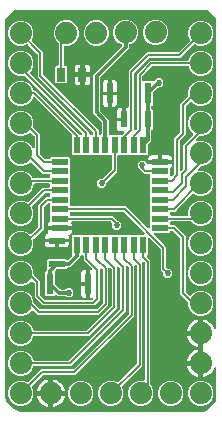
<source format=gbr>
G04 EAGLE Gerber RS-274X export*
G75*
%MOMM*%
%FSLAX34Y34*%
%LPD*%
%INTop Copper*%
%IPPOS*%
%AMOC8*
5,1,8,0,0,1.08239X$1,22.5*%
G01*
%ADD10R,0.600000X1.475000*%
%ADD11R,1.475000X0.600000*%
%ADD12C,1.879600*%
%ADD13R,0.800000X1.200000*%
%ADD14R,0.620000X1.470000*%
%ADD15R,1.470000X0.620000*%
%ADD16R,0.620000X1.820000*%
%ADD17C,0.304800*%
%ADD18C,0.525000*%
%ADD19C,0.203200*%

G36*
X167536Y2036D02*
X167536Y2036D01*
X167817Y2078D01*
X167824Y2082D01*
X167830Y2082D01*
X168736Y2364D01*
X168805Y2397D01*
X168878Y2421D01*
X168924Y2454D01*
X168993Y2486D01*
X169089Y2571D01*
X169152Y2616D01*
X177840Y11304D01*
X177920Y11411D01*
X178003Y11517D01*
X178006Y11524D01*
X178011Y11532D01*
X178112Y11797D01*
X178114Y11817D01*
X178120Y11832D01*
X178289Y12720D01*
X178295Y12836D01*
X178307Y12910D01*
X178307Y38783D01*
X178290Y38907D01*
X178276Y39032D01*
X178270Y39048D01*
X178267Y39065D01*
X178216Y39179D01*
X178169Y39295D01*
X178158Y39309D01*
X178151Y39324D01*
X178070Y39420D01*
X177992Y39518D01*
X177979Y39528D01*
X177968Y39541D01*
X177863Y39611D01*
X177761Y39684D01*
X177745Y39689D01*
X177731Y39699D01*
X177611Y39737D01*
X177493Y39778D01*
X177476Y39779D01*
X177460Y39785D01*
X177335Y39788D01*
X177209Y39795D01*
X177193Y39791D01*
X177176Y39792D01*
X177054Y39760D01*
X176932Y39732D01*
X176917Y39724D01*
X176901Y39720D01*
X176793Y39656D01*
X176683Y39595D01*
X176671Y39583D01*
X176656Y39575D01*
X176571Y39484D01*
X176482Y39395D01*
X176474Y39381D01*
X176462Y39367D01*
X176332Y39114D01*
X176331Y39105D01*
X176326Y39097D01*
X176164Y38597D01*
X175311Y36923D01*
X174206Y35402D01*
X172878Y34074D01*
X171357Y32969D01*
X169683Y32116D01*
X167896Y31535D01*
X167131Y31414D01*
X167131Y42164D01*
X167123Y42222D01*
X167125Y42280D01*
X167103Y42362D01*
X167091Y42445D01*
X167067Y42499D01*
X167053Y42555D01*
X167010Y42628D01*
X166975Y42705D01*
X166937Y42749D01*
X166907Y42800D01*
X166846Y42857D01*
X166791Y42922D01*
X166743Y42954D01*
X166700Y42994D01*
X166625Y43033D01*
X166555Y43079D01*
X166499Y43097D01*
X166447Y43124D01*
X166379Y43135D01*
X166284Y43165D01*
X166184Y43168D01*
X166116Y43179D01*
X165099Y43179D01*
X165099Y43181D01*
X166116Y43181D01*
X166174Y43189D01*
X166232Y43188D01*
X166314Y43209D01*
X166397Y43221D01*
X166451Y43245D01*
X166507Y43259D01*
X166580Y43302D01*
X166657Y43337D01*
X166702Y43375D01*
X166752Y43405D01*
X166810Y43466D01*
X166874Y43521D01*
X166906Y43569D01*
X166946Y43612D01*
X166985Y43687D01*
X167031Y43757D01*
X167049Y43813D01*
X167076Y43865D01*
X167087Y43933D01*
X167117Y44028D01*
X167120Y44128D01*
X167131Y44196D01*
X167131Y67564D01*
X167123Y67622D01*
X167125Y67680D01*
X167103Y67762D01*
X167091Y67845D01*
X167067Y67899D01*
X167053Y67955D01*
X167010Y68028D01*
X166975Y68105D01*
X166937Y68149D01*
X166907Y68200D01*
X166846Y68257D01*
X166791Y68322D01*
X166743Y68354D01*
X166700Y68394D01*
X166625Y68433D01*
X166555Y68479D01*
X166499Y68497D01*
X166447Y68524D01*
X166379Y68535D01*
X166284Y68565D01*
X166184Y68568D01*
X166116Y68579D01*
X165099Y68579D01*
X165099Y68581D01*
X166116Y68581D01*
X166174Y68589D01*
X166232Y68588D01*
X166314Y68609D01*
X166397Y68621D01*
X166451Y68645D01*
X166507Y68659D01*
X166580Y68702D01*
X166657Y68737D01*
X166702Y68775D01*
X166752Y68805D01*
X166810Y68866D01*
X166874Y68921D01*
X166906Y68969D01*
X166946Y69012D01*
X166985Y69087D01*
X167031Y69157D01*
X167049Y69213D01*
X167076Y69265D01*
X167087Y69333D01*
X167117Y69428D01*
X167120Y69528D01*
X167131Y69596D01*
X167131Y80346D01*
X167896Y80225D01*
X169683Y79644D01*
X171357Y78791D01*
X172878Y77686D01*
X174206Y76358D01*
X175311Y74837D01*
X176164Y73163D01*
X176326Y72663D01*
X176382Y72550D01*
X176433Y72436D01*
X176444Y72423D01*
X176451Y72408D01*
X176536Y72314D01*
X176617Y72219D01*
X176631Y72209D01*
X176642Y72197D01*
X176748Y72131D01*
X176853Y72061D01*
X176869Y72056D01*
X176884Y72047D01*
X177004Y72013D01*
X177124Y71975D01*
X177141Y71975D01*
X177157Y71970D01*
X177283Y71971D01*
X177408Y71968D01*
X177425Y71972D01*
X177442Y71973D01*
X177562Y72008D01*
X177683Y72040D01*
X177698Y72049D01*
X177714Y72053D01*
X177820Y72121D01*
X177928Y72185D01*
X177939Y72198D01*
X177954Y72207D01*
X178036Y72301D01*
X178122Y72393D01*
X178130Y72408D01*
X178141Y72420D01*
X178195Y72534D01*
X178252Y72646D01*
X178254Y72661D01*
X178262Y72678D01*
X178307Y72958D01*
X178306Y72968D01*
X178307Y72977D01*
X178307Y332740D01*
X178299Y332796D01*
X178302Y332840D01*
X178117Y334723D01*
X178050Y334999D01*
X178046Y335005D01*
X178045Y335011D01*
X177988Y335149D01*
X177972Y335175D01*
X177962Y335205D01*
X177917Y335269D01*
X177843Y335394D01*
X177796Y335438D01*
X177768Y335478D01*
X170898Y342348D01*
X170828Y342400D01*
X170764Y342460D01*
X170715Y342486D01*
X170671Y342519D01*
X170589Y342550D01*
X170511Y342590D01*
X170464Y342598D01*
X170405Y342620D01*
X170257Y342632D01*
X170180Y342645D01*
X7620Y342645D01*
X7533Y342633D01*
X7446Y342630D01*
X7393Y342613D01*
X7339Y342605D01*
X7259Y342570D01*
X7175Y342543D01*
X7136Y342515D01*
X7079Y342489D01*
X6966Y342393D01*
X6902Y342348D01*
X-210Y335236D01*
X-262Y335166D01*
X-322Y335102D01*
X-348Y335053D01*
X-381Y335009D01*
X-412Y334927D01*
X-452Y334849D01*
X-460Y334801D01*
X-482Y334743D01*
X-494Y334595D01*
X-507Y334518D01*
X-507Y18908D01*
X-500Y18859D01*
X-503Y18811D01*
X-481Y18719D01*
X-467Y18626D01*
X-448Y18582D01*
X-442Y18557D01*
X-504Y17741D01*
X-502Y17697D01*
X-507Y17663D01*
X-507Y17128D01*
X-506Y17116D01*
X-507Y17106D01*
X-459Y14877D01*
X-414Y14596D01*
X-410Y14589D01*
X-409Y14583D01*
X1229Y9572D01*
X1242Y9544D01*
X1249Y9514D01*
X1290Y9447D01*
X1354Y9317D01*
X1397Y9269D01*
X1423Y9227D01*
X4853Y5224D01*
X4877Y5204D01*
X4895Y5179D01*
X4958Y5132D01*
X5067Y5036D01*
X5125Y5009D01*
X5165Y4980D01*
X9866Y2595D01*
X10135Y2503D01*
X10143Y2502D01*
X10149Y2500D01*
X12706Y2048D01*
X12812Y2045D01*
X12883Y2033D01*
X163996Y2033D01*
X164038Y2039D01*
X164079Y2036D01*
X164178Y2058D01*
X164278Y2073D01*
X164316Y2090D01*
X164357Y2099D01*
X164371Y2107D01*
X165146Y2037D01*
X165198Y2039D01*
X165238Y2033D01*
X166344Y2033D01*
X166375Y2028D01*
X167536Y2036D01*
G37*
%LPC*%
G36*
X10578Y7111D02*
X10578Y7111D01*
X6657Y8736D01*
X3656Y11737D01*
X2031Y15658D01*
X2031Y19902D01*
X3656Y23823D01*
X6657Y26824D01*
X10578Y28449D01*
X14822Y28449D01*
X17952Y27152D01*
X17954Y27152D01*
X17955Y27151D01*
X18089Y27117D01*
X18227Y27081D01*
X18229Y27081D01*
X18230Y27081D01*
X18371Y27085D01*
X18511Y27090D01*
X18513Y27090D01*
X18515Y27090D01*
X18647Y27133D01*
X18782Y27176D01*
X18784Y27177D01*
X18785Y27178D01*
X18797Y27186D01*
X19018Y27334D01*
X19038Y27358D01*
X19058Y27372D01*
X29787Y38101D01*
X56544Y38101D01*
X56631Y38113D01*
X56718Y38116D01*
X56771Y38133D01*
X56826Y38141D01*
X56906Y38176D01*
X56989Y38203D01*
X57028Y38231D01*
X57085Y38257D01*
X57198Y38353D01*
X57262Y38398D01*
X103922Y85058D01*
X103974Y85128D01*
X104034Y85192D01*
X104060Y85241D01*
X104093Y85285D01*
X104124Y85367D01*
X104164Y85445D01*
X104172Y85492D01*
X104194Y85551D01*
X104206Y85698D01*
X104219Y85776D01*
X104219Y124200D01*
X104207Y124287D01*
X104204Y124374D01*
X104187Y124427D01*
X104179Y124482D01*
X104144Y124562D01*
X104117Y124645D01*
X104089Y124684D01*
X104063Y124741D01*
X103967Y124854D01*
X103922Y124918D01*
X103080Y125760D01*
X103056Y125778D01*
X103037Y125800D01*
X102943Y125863D01*
X102853Y125931D01*
X102825Y125942D01*
X102801Y125958D01*
X102693Y125992D01*
X102587Y126033D01*
X102558Y126035D01*
X102530Y126044D01*
X102416Y126047D01*
X102304Y126056D01*
X102275Y126050D01*
X102246Y126051D01*
X102136Y126022D01*
X102025Y126000D01*
X101999Y125987D01*
X101971Y125979D01*
X101873Y125922D01*
X101773Y125869D01*
X101751Y125849D01*
X101726Y125834D01*
X101649Y125751D01*
X101567Y125673D01*
X101552Y125648D01*
X101532Y125627D01*
X101480Y125526D01*
X101423Y125428D01*
X101416Y125400D01*
X101402Y125374D01*
X101389Y125296D01*
X101353Y125153D01*
X101355Y125090D01*
X101347Y125043D01*
X101347Y87191D01*
X55049Y40893D01*
X23979Y40893D01*
X23977Y40893D01*
X23976Y40893D01*
X23836Y40873D01*
X23697Y40853D01*
X23696Y40853D01*
X23694Y40853D01*
X23569Y40796D01*
X23438Y40737D01*
X23437Y40736D01*
X23435Y40735D01*
X23328Y40644D01*
X23221Y40554D01*
X23220Y40552D01*
X23219Y40551D01*
X23211Y40538D01*
X23063Y40317D01*
X23054Y40288D01*
X23041Y40267D01*
X21744Y37137D01*
X18743Y34136D01*
X14822Y32511D01*
X10578Y32511D01*
X6657Y34136D01*
X3656Y37137D01*
X2031Y41058D01*
X2031Y45302D01*
X3656Y49223D01*
X6657Y52224D01*
X10578Y53849D01*
X14822Y53849D01*
X18743Y52224D01*
X21744Y49223D01*
X23041Y46093D01*
X23042Y46092D01*
X23042Y46091D01*
X23112Y45972D01*
X23185Y45849D01*
X23187Y45848D01*
X23187Y45846D01*
X23291Y45749D01*
X23392Y45653D01*
X23394Y45653D01*
X23395Y45652D01*
X23521Y45587D01*
X23645Y45523D01*
X23646Y45523D01*
X23648Y45522D01*
X23663Y45520D01*
X23924Y45468D01*
X23954Y45471D01*
X23979Y45467D01*
X52734Y45467D01*
X52821Y45479D01*
X52908Y45482D01*
X52961Y45499D01*
X53016Y45507D01*
X53096Y45542D01*
X53179Y45569D01*
X53218Y45597D01*
X53275Y45623D01*
X53388Y45719D01*
X53452Y45764D01*
X96476Y88788D01*
X96528Y88858D01*
X96588Y88922D01*
X96614Y88971D01*
X96647Y89015D01*
X96678Y89097D01*
X96718Y89175D01*
X96726Y89222D01*
X96748Y89281D01*
X96760Y89428D01*
X96773Y89506D01*
X96773Y123092D01*
X96761Y123179D01*
X96758Y123266D01*
X96741Y123319D01*
X96733Y123374D01*
X96698Y123454D01*
X96671Y123537D01*
X96643Y123576D01*
X96617Y123633D01*
X96521Y123746D01*
X96476Y123810D01*
X95796Y124490D01*
X95772Y124508D01*
X95754Y124530D01*
X95659Y124593D01*
X95569Y124661D01*
X95541Y124672D01*
X95517Y124688D01*
X95409Y124722D01*
X95303Y124762D01*
X95274Y124765D01*
X95246Y124774D01*
X95133Y124776D01*
X95020Y124786D01*
X94991Y124780D01*
X94962Y124781D01*
X94852Y124752D01*
X94741Y124730D01*
X94715Y124716D01*
X94687Y124709D01*
X94590Y124651D01*
X94489Y124599D01*
X94467Y124579D01*
X94442Y124564D01*
X94365Y124481D01*
X94283Y124403D01*
X94268Y124378D01*
X94248Y124356D01*
X94196Y124255D01*
X94139Y124158D01*
X94132Y124129D01*
X94118Y124103D01*
X94105Y124026D01*
X94069Y123882D01*
X94071Y123820D01*
X94063Y123772D01*
X94063Y90067D01*
X70289Y66293D01*
X23979Y66293D01*
X23977Y66293D01*
X23976Y66293D01*
X23836Y66273D01*
X23697Y66253D01*
X23696Y66253D01*
X23694Y66253D01*
X23569Y66196D01*
X23438Y66137D01*
X23437Y66136D01*
X23435Y66135D01*
X23328Y66044D01*
X23221Y65954D01*
X23220Y65952D01*
X23219Y65951D01*
X23211Y65938D01*
X23063Y65717D01*
X23054Y65688D01*
X23041Y65667D01*
X21744Y62537D01*
X18743Y59536D01*
X14822Y57911D01*
X10578Y57911D01*
X6657Y59536D01*
X3656Y62537D01*
X2031Y66458D01*
X2031Y70702D01*
X3656Y74623D01*
X6657Y77624D01*
X10578Y79249D01*
X14822Y79249D01*
X18743Y77624D01*
X21744Y74623D01*
X23041Y71493D01*
X23042Y71492D01*
X23042Y71491D01*
X23112Y71372D01*
X23185Y71249D01*
X23187Y71248D01*
X23187Y71246D01*
X23291Y71149D01*
X23392Y71053D01*
X23394Y71053D01*
X23395Y71052D01*
X23521Y70987D01*
X23645Y70923D01*
X23646Y70923D01*
X23648Y70922D01*
X23663Y70920D01*
X23924Y70868D01*
X23954Y70871D01*
X23979Y70867D01*
X67974Y70867D01*
X68061Y70879D01*
X68148Y70882D01*
X68201Y70899D01*
X68256Y70907D01*
X68336Y70942D01*
X68419Y70969D01*
X68458Y70997D01*
X68515Y71023D01*
X68628Y71119D01*
X68692Y71164D01*
X89192Y91664D01*
X89216Y91696D01*
X89232Y91709D01*
X89257Y91747D01*
X89304Y91798D01*
X89330Y91847D01*
X89363Y91891D01*
X89376Y91926D01*
X89390Y91946D01*
X89405Y91994D01*
X89434Y92051D01*
X89442Y92098D01*
X89464Y92157D01*
X89467Y92190D01*
X89475Y92217D01*
X89478Y92313D01*
X89489Y92382D01*
X89489Y122930D01*
X89477Y123017D01*
X89474Y123104D01*
X89457Y123157D01*
X89449Y123212D01*
X89414Y123292D01*
X89387Y123375D01*
X89359Y123414D01*
X89333Y123471D01*
X89237Y123584D01*
X89192Y123648D01*
X88558Y124282D01*
X88534Y124300D01*
X88516Y124322D01*
X88421Y124385D01*
X88331Y124453D01*
X88303Y124464D01*
X88279Y124480D01*
X88171Y124514D01*
X88065Y124554D01*
X88036Y124557D01*
X88008Y124566D01*
X87895Y124569D01*
X87782Y124578D01*
X87753Y124572D01*
X87724Y124573D01*
X87614Y124544D01*
X87503Y124522D01*
X87477Y124509D01*
X87449Y124501D01*
X87352Y124444D01*
X87251Y124391D01*
X87229Y124371D01*
X87204Y124356D01*
X87127Y124273D01*
X87045Y124195D01*
X87030Y124170D01*
X87010Y124149D01*
X86958Y124048D01*
X86901Y123950D01*
X86894Y123922D01*
X86880Y123896D01*
X86867Y123818D01*
X86831Y123675D01*
X86833Y123612D01*
X86825Y123564D01*
X86825Y92481D01*
X78671Y84327D01*
X26739Y84327D01*
X23155Y87911D01*
X23108Y87946D01*
X23068Y87989D01*
X22995Y88031D01*
X22928Y88082D01*
X22873Y88103D01*
X22823Y88132D01*
X22741Y88153D01*
X22662Y88183D01*
X22604Y88188D01*
X22547Y88203D01*
X22463Y88200D01*
X22379Y88207D01*
X22321Y88195D01*
X22263Y88194D01*
X22183Y88168D01*
X22100Y88151D01*
X22048Y88124D01*
X21992Y88106D01*
X21936Y88066D01*
X21848Y88020D01*
X21775Y87951D01*
X21719Y87911D01*
X18743Y84935D01*
X14822Y83311D01*
X10578Y83311D01*
X6657Y84936D01*
X3656Y87937D01*
X2031Y91858D01*
X2031Y96102D01*
X3656Y100023D01*
X6657Y103024D01*
X10578Y104649D01*
X14822Y104649D01*
X18743Y103024D01*
X21744Y100023D01*
X23369Y96102D01*
X23369Y94586D01*
X23381Y94499D01*
X23384Y94412D01*
X23401Y94359D01*
X23409Y94304D01*
X23444Y94224D01*
X23471Y94141D01*
X23499Y94102D01*
X23525Y94045D01*
X23621Y93932D01*
X23666Y93868D01*
X28336Y89198D01*
X28406Y89146D01*
X28470Y89086D01*
X28519Y89060D01*
X28563Y89027D01*
X28645Y88996D01*
X28723Y88956D01*
X28770Y88948D01*
X28829Y88926D01*
X28976Y88914D01*
X29054Y88901D01*
X76356Y88901D01*
X76443Y88913D01*
X76530Y88916D01*
X76583Y88933D01*
X76638Y88941D01*
X76718Y88976D01*
X76801Y89003D01*
X76840Y89031D01*
X76897Y89057D01*
X77010Y89153D01*
X77074Y89198D01*
X81954Y94078D01*
X82006Y94148D01*
X82066Y94212D01*
X82092Y94261D01*
X82125Y94305D01*
X82156Y94387D01*
X82196Y94465D01*
X82204Y94512D01*
X82226Y94571D01*
X82238Y94718D01*
X82251Y94796D01*
X82251Y122168D01*
X82239Y122255D01*
X82236Y122342D01*
X82219Y122395D01*
X82211Y122450D01*
X82176Y122530D01*
X82149Y122613D01*
X82121Y122652D01*
X82095Y122709D01*
X81999Y122822D01*
X81954Y122886D01*
X81490Y123350D01*
X81466Y123368D01*
X81447Y123390D01*
X81353Y123453D01*
X81263Y123521D01*
X81235Y123532D01*
X81211Y123548D01*
X81103Y123582D01*
X80997Y123623D01*
X80968Y123625D01*
X80940Y123634D01*
X80827Y123637D01*
X80714Y123646D01*
X80685Y123640D01*
X80656Y123641D01*
X80546Y123613D01*
X80435Y123590D01*
X80409Y123577D01*
X80381Y123569D01*
X80283Y123511D01*
X80183Y123459D01*
X80161Y123439D01*
X80136Y123424D01*
X80059Y123341D01*
X79977Y123263D01*
X79962Y123238D01*
X79942Y123217D01*
X79890Y123116D01*
X79833Y123018D01*
X79826Y122990D01*
X79812Y122964D01*
X79799Y122886D01*
X79763Y122743D01*
X79765Y122680D01*
X79757Y122633D01*
X79757Y96843D01*
X75115Y92201D01*
X31565Y92201D01*
X26020Y97746D01*
X24383Y99383D01*
X24383Y110392D01*
X24371Y110479D01*
X24368Y110566D01*
X24351Y110619D01*
X24343Y110674D01*
X24308Y110754D01*
X24281Y110837D01*
X24253Y110876D01*
X24227Y110933D01*
X24131Y111046D01*
X24086Y111110D01*
X22520Y112676D01*
X22473Y112711D01*
X22433Y112754D01*
X22360Y112796D01*
X22293Y112847D01*
X22238Y112868D01*
X22188Y112897D01*
X22106Y112918D01*
X22027Y112948D01*
X21969Y112953D01*
X21912Y112968D01*
X21828Y112965D01*
X21744Y112972D01*
X21686Y112960D01*
X21628Y112959D01*
X21548Y112933D01*
X21465Y112916D01*
X21413Y112889D01*
X21357Y112871D01*
X21301Y112831D01*
X21213Y112785D01*
X21140Y112716D01*
X21084Y112676D01*
X18743Y110335D01*
X14822Y108711D01*
X10578Y108711D01*
X6657Y110336D01*
X3656Y113337D01*
X2031Y117258D01*
X2031Y121502D01*
X3656Y125423D01*
X6657Y128424D01*
X10578Y130049D01*
X14822Y130049D01*
X18743Y128424D01*
X21744Y125423D01*
X23369Y121502D01*
X23369Y118716D01*
X23375Y118668D01*
X23375Y118665D01*
X23376Y118661D01*
X23381Y118629D01*
X23384Y118542D01*
X23401Y118489D01*
X23409Y118434D01*
X23444Y118354D01*
X23471Y118271D01*
X23499Y118232D01*
X23525Y118175D01*
X23621Y118062D01*
X23666Y117998D01*
X28957Y112707D01*
X28957Y101698D01*
X28969Y101611D01*
X28972Y101524D01*
X28989Y101471D01*
X28997Y101416D01*
X29032Y101336D01*
X29059Y101253D01*
X29087Y101214D01*
X29113Y101157D01*
X29209Y101044D01*
X29254Y100980D01*
X33162Y97072D01*
X33232Y97020D01*
X33296Y96960D01*
X33345Y96934D01*
X33389Y96901D01*
X33471Y96870D01*
X33549Y96830D01*
X33596Y96822D01*
X33655Y96800D01*
X33802Y96788D01*
X33880Y96775D01*
X72800Y96775D01*
X72887Y96787D01*
X72974Y96790D01*
X73027Y96807D01*
X73082Y96815D01*
X73161Y96850D01*
X73244Y96877D01*
X73284Y96905D01*
X73341Y96931D01*
X73454Y97026D01*
X73518Y97072D01*
X73562Y97116D01*
X73580Y97139D01*
X73602Y97159D01*
X73665Y97253D01*
X73733Y97343D01*
X73743Y97371D01*
X73760Y97395D01*
X73794Y97503D01*
X73834Y97609D01*
X73837Y97638D01*
X73846Y97666D01*
X73849Y97779D01*
X73858Y97892D01*
X73852Y97921D01*
X73853Y97950D01*
X73824Y98060D01*
X73802Y98171D01*
X73789Y98197D01*
X73781Y98225D01*
X73723Y98322D01*
X73671Y98423D01*
X73651Y98444D01*
X73636Y98470D01*
X73553Y98547D01*
X73476Y98629D01*
X73450Y98644D01*
X73429Y98664D01*
X73328Y98716D01*
X73230Y98773D01*
X73202Y98780D01*
X73175Y98794D01*
X73098Y98807D01*
X72955Y98843D01*
X72892Y98841D01*
X72844Y98849D01*
X70889Y98849D01*
X70889Y109956D01*
X70881Y110014D01*
X70883Y110072D01*
X70861Y110154D01*
X70849Y110237D01*
X70826Y110291D01*
X70811Y110347D01*
X70768Y110420D01*
X70733Y110497D01*
X70743Y110515D01*
X70790Y110585D01*
X70807Y110641D01*
X70834Y110693D01*
X70845Y110761D01*
X70875Y110856D01*
X70878Y110956D01*
X70889Y111024D01*
X70889Y122131D01*
X71574Y122131D01*
X71603Y122135D01*
X71633Y122132D01*
X71744Y122155D01*
X71856Y122171D01*
X71883Y122183D01*
X71911Y122188D01*
X72012Y122240D01*
X72115Y122287D01*
X72138Y122306D01*
X72164Y122319D01*
X72246Y122397D01*
X72332Y122470D01*
X72349Y122495D01*
X72370Y122515D01*
X72427Y122613D01*
X72490Y122707D01*
X72499Y122735D01*
X72513Y122760D01*
X72541Y122870D01*
X72576Y122978D01*
X72576Y123008D01*
X72584Y123036D01*
X72580Y123149D01*
X72583Y123262D01*
X72575Y123291D01*
X72575Y123320D01*
X72540Y123428D01*
X72511Y123537D01*
X72496Y123563D01*
X72487Y123591D01*
X72442Y123654D01*
X72366Y123782D01*
X72320Y123825D01*
X72292Y123864D01*
X65869Y130287D01*
X65869Y133687D01*
X65861Y133745D01*
X65863Y133804D01*
X65841Y133885D01*
X65829Y133969D01*
X65806Y134022D01*
X65791Y134079D01*
X65748Y134151D01*
X65713Y134228D01*
X65675Y134273D01*
X65646Y134323D01*
X65584Y134381D01*
X65530Y134445D01*
X65481Y134477D01*
X65438Y134518D01*
X65363Y134556D01*
X65293Y134603D01*
X65237Y134620D01*
X65185Y134647D01*
X65117Y134658D01*
X65022Y134688D01*
X64922Y134691D01*
X64854Y134702D01*
X64454Y134702D01*
X64381Y134730D01*
X64323Y134735D01*
X64266Y134750D01*
X64182Y134747D01*
X64098Y134754D01*
X64040Y134742D01*
X63982Y134740D01*
X63902Y134715D01*
X63819Y134698D01*
X63779Y134677D01*
X63768Y134674D01*
X63685Y134663D01*
X63631Y134639D01*
X63575Y134624D01*
X63502Y134581D01*
X63425Y134546D01*
X63380Y134509D01*
X63330Y134479D01*
X63272Y134417D01*
X63208Y134363D01*
X63176Y134314D01*
X63136Y134271D01*
X63097Y134196D01*
X63051Y134126D01*
X63033Y134070D01*
X63006Y134018D01*
X62995Y133950D01*
X62965Y133855D01*
X62962Y133755D01*
X62951Y133687D01*
X62951Y132818D01*
X54498Y124365D01*
X52816Y124365D01*
X52758Y124357D01*
X52700Y124359D01*
X52618Y124337D01*
X52534Y124325D01*
X52481Y124302D01*
X52425Y124287D01*
X52352Y124244D01*
X52275Y124209D01*
X52230Y124171D01*
X52180Y124142D01*
X52122Y124080D01*
X52058Y124026D01*
X52026Y123977D01*
X51986Y123934D01*
X51947Y123859D01*
X51900Y123789D01*
X51883Y123733D01*
X51856Y123681D01*
X51845Y123613D01*
X51828Y123561D01*
X51056Y122789D01*
X43182Y122789D01*
X43096Y122777D01*
X43008Y122774D01*
X42955Y122757D01*
X42901Y122749D01*
X42821Y122714D01*
X42738Y122687D01*
X42698Y122659D01*
X42641Y122633D01*
X42528Y122537D01*
X42464Y122492D01*
X41618Y121645D01*
X41582Y121599D01*
X41540Y121558D01*
X41497Y121485D01*
X41447Y121418D01*
X41426Y121363D01*
X41396Y121313D01*
X41376Y121231D01*
X41345Y121152D01*
X41341Y121094D01*
X41326Y121037D01*
X41329Y120953D01*
X41322Y120869D01*
X41333Y120812D01*
X41335Y120753D01*
X41361Y120673D01*
X41378Y120590D01*
X41405Y120538D01*
X41423Y120483D01*
X41463Y120427D01*
X41509Y120338D01*
X41578Y120266D01*
X41618Y120209D01*
X41711Y120116D01*
X41711Y110492D01*
X41723Y110406D01*
X41726Y110318D01*
X41743Y110265D01*
X41751Y110211D01*
X41786Y110131D01*
X41813Y110048D01*
X41841Y110008D01*
X41867Y109951D01*
X41963Y109838D01*
X42008Y109774D01*
X45820Y105962D01*
X45890Y105910D01*
X45954Y105850D01*
X46003Y105824D01*
X46047Y105791D01*
X46129Y105760D01*
X46207Y105720D01*
X46255Y105712D01*
X46313Y105690D01*
X46461Y105678D01*
X46538Y105665D01*
X50205Y105665D01*
X50291Y105677D01*
X50379Y105680D01*
X50432Y105697D01*
X50486Y105705D01*
X50566Y105740D01*
X50649Y105767D01*
X50689Y105795D01*
X50746Y105821D01*
X50859Y105917D01*
X50923Y105962D01*
X51726Y106766D01*
X54954Y106766D01*
X57236Y104484D01*
X57236Y101256D01*
X54954Y98974D01*
X51726Y98974D01*
X50923Y99778D01*
X50853Y99830D01*
X50789Y99890D01*
X50740Y99916D01*
X50696Y99949D01*
X50614Y99980D01*
X50536Y100020D01*
X50488Y100028D01*
X50430Y100050D01*
X50282Y100062D01*
X50205Y100075D01*
X43802Y100075D01*
X43080Y100797D01*
X43034Y100833D01*
X42993Y100875D01*
X42920Y100918D01*
X42853Y100968D01*
X42798Y100989D01*
X42748Y101019D01*
X42666Y101039D01*
X42587Y101070D01*
X42529Y101074D01*
X42472Y101089D01*
X42388Y101086D01*
X42304Y101093D01*
X42247Y101082D01*
X42188Y101080D01*
X42108Y101054D01*
X42025Y101037D01*
X41973Y101010D01*
X41918Y100992D01*
X41862Y100952D01*
X41773Y100906D01*
X41701Y100837D01*
X41644Y100797D01*
X40966Y100119D01*
X33714Y100119D01*
X32969Y100864D01*
X32969Y120116D01*
X33744Y120891D01*
X33812Y120901D01*
X33865Y120924D01*
X33921Y120939D01*
X33994Y120982D01*
X34071Y121017D01*
X34116Y121055D01*
X34166Y121084D01*
X34224Y121146D01*
X34288Y121200D01*
X34320Y121249D01*
X34360Y121292D01*
X34399Y121367D01*
X34446Y121437D01*
X34463Y121493D01*
X34490Y121545D01*
X34501Y121613D01*
X34531Y121708D01*
X34534Y121808D01*
X34545Y121876D01*
X34545Y122553D01*
X34554Y122577D01*
X34584Y122627D01*
X34604Y122709D01*
X34634Y122787D01*
X34639Y122846D01*
X34654Y122903D01*
X34651Y122987D01*
X34658Y123071D01*
X34647Y123128D01*
X34645Y123187D01*
X34619Y123267D01*
X34602Y123350D01*
X34575Y123401D01*
X34559Y123451D01*
X34559Y130786D01*
X35304Y131531D01*
X51056Y131531D01*
X51689Y130898D01*
X51736Y130862D01*
X51776Y130820D01*
X51849Y130777D01*
X51917Y130727D01*
X51971Y130706D01*
X52022Y130676D01*
X52103Y130656D01*
X52182Y130625D01*
X52241Y130621D01*
X52297Y130606D01*
X52382Y130609D01*
X52466Y130602D01*
X52523Y130613D01*
X52581Y130615D01*
X52662Y130641D01*
X52744Y130658D01*
X52796Y130685D01*
X52852Y130703D01*
X52908Y130743D01*
X52997Y130789D01*
X53069Y130858D01*
X53125Y130898D01*
X56062Y133834D01*
X56097Y133881D01*
X56140Y133921D01*
X56182Y133994D01*
X56233Y134062D01*
X56254Y134116D01*
X56283Y134167D01*
X56304Y134248D01*
X56334Y134327D01*
X56339Y134386D01*
X56353Y134442D01*
X56351Y134526D01*
X56358Y134611D01*
X56346Y134668D01*
X56344Y134726D01*
X56318Y134807D01*
X56302Y134889D01*
X56275Y134941D01*
X56257Y134997D01*
X56217Y135053D01*
X56171Y135142D01*
X56102Y135214D01*
X56062Y135270D01*
X55885Y135447D01*
X55885Y151615D01*
X55880Y151653D01*
X55882Y151692D01*
X55860Y151794D01*
X55845Y151896D01*
X55830Y151932D01*
X55821Y151970D01*
X55772Y152061D01*
X55730Y152153D01*
X55773Y152132D01*
X55861Y152078D01*
X55899Y152067D01*
X55934Y152049D01*
X56010Y152037D01*
X56135Y152002D01*
X56210Y152003D01*
X56265Y151994D01*
X63858Y151994D01*
X63931Y151966D01*
X63989Y151961D01*
X64046Y151947D01*
X64130Y151949D01*
X64214Y151942D01*
X64271Y151954D01*
X64330Y151956D01*
X64410Y151982D01*
X64471Y151994D01*
X71858Y151994D01*
X71931Y151966D01*
X71989Y151961D01*
X72046Y151947D01*
X72130Y151949D01*
X72214Y151942D01*
X72271Y151954D01*
X72330Y151956D01*
X72410Y151982D01*
X72471Y151994D01*
X79858Y151994D01*
X79931Y151966D01*
X79989Y151961D01*
X80046Y151947D01*
X80130Y151949D01*
X80214Y151942D01*
X80271Y151954D01*
X80330Y151956D01*
X80410Y151982D01*
X80471Y151994D01*
X87858Y151994D01*
X87931Y151966D01*
X87989Y151961D01*
X88046Y151947D01*
X88130Y151949D01*
X88214Y151942D01*
X88271Y151954D01*
X88330Y151956D01*
X88410Y151982D01*
X88471Y151994D01*
X95858Y151994D01*
X95931Y151966D01*
X95989Y151961D01*
X96046Y151947D01*
X96130Y151949D01*
X96214Y151942D01*
X96271Y151954D01*
X96330Y151956D01*
X96410Y151982D01*
X96471Y151994D01*
X103858Y151994D01*
X103931Y151966D01*
X103989Y151961D01*
X104046Y151947D01*
X104130Y151949D01*
X104214Y151942D01*
X104271Y151954D01*
X104330Y151956D01*
X104410Y151982D01*
X104471Y151994D01*
X111858Y151994D01*
X111931Y151966D01*
X111989Y151961D01*
X112046Y151947D01*
X112130Y151949D01*
X112214Y151942D01*
X112271Y151954D01*
X112330Y151956D01*
X112410Y151982D01*
X112471Y151994D01*
X116641Y151994D01*
X116670Y151998D01*
X116699Y151996D01*
X116810Y152018D01*
X116923Y152034D01*
X116949Y152046D01*
X116978Y152051D01*
X117079Y152104D01*
X117182Y152150D01*
X117205Y152169D01*
X117230Y152182D01*
X117313Y152260D01*
X117399Y152334D01*
X117415Y152358D01*
X117437Y152378D01*
X117494Y152476D01*
X117557Y152570D01*
X117566Y152598D01*
X117580Y152624D01*
X117608Y152733D01*
X117642Y152841D01*
X117643Y152871D01*
X117650Y152899D01*
X117647Y153012D01*
X117650Y153125D01*
X117642Y153154D01*
X117641Y153183D01*
X117607Y153291D01*
X117578Y153401D01*
X117563Y153426D01*
X117554Y153454D01*
X117508Y153518D01*
X117433Y153645D01*
X117387Y153688D01*
X117359Y153727D01*
X99942Y171144D01*
X99872Y171197D01*
X99808Y171257D01*
X99759Y171282D01*
X99715Y171315D01*
X99633Y171346D01*
X99555Y171386D01*
X99508Y171394D01*
X99449Y171416D01*
X99301Y171428D01*
X99224Y171441D01*
X55437Y171441D01*
X55379Y171433D01*
X55321Y171435D01*
X55239Y171413D01*
X55156Y171402D01*
X55102Y171378D01*
X55046Y171363D01*
X54973Y171320D01*
X54896Y171285D01*
X54851Y171248D01*
X54801Y171218D01*
X54743Y171156D01*
X54679Y171102D01*
X54647Y171053D01*
X54607Y171010D01*
X54568Y170935D01*
X54522Y170865D01*
X54504Y170809D01*
X54477Y170757D01*
X54466Y170689D01*
X54436Y170594D01*
X54433Y170494D01*
X54422Y170426D01*
X54422Y170026D01*
X54394Y169954D01*
X54389Y169895D01*
X54375Y169838D01*
X54377Y169754D01*
X54370Y169670D01*
X54382Y169613D01*
X54384Y169554D01*
X54410Y169474D01*
X54422Y169413D01*
X54422Y169030D01*
X54430Y168972D01*
X54428Y168914D01*
X54450Y168832D01*
X54462Y168749D01*
X54486Y168695D01*
X54500Y168639D01*
X54543Y168566D01*
X54578Y168489D01*
X54616Y168445D01*
X54646Y168394D01*
X54707Y168337D01*
X54762Y168272D01*
X54810Y168240D01*
X54853Y168200D01*
X54928Y168161D01*
X54998Y168115D01*
X55054Y168097D01*
X55106Y168070D01*
X55174Y168059D01*
X55269Y168029D01*
X55369Y168026D01*
X55437Y168015D01*
X90489Y168015D01*
X94291Y164213D01*
X94361Y164161D01*
X94425Y164101D01*
X94474Y164075D01*
X94518Y164042D01*
X94600Y164011D01*
X94678Y163971D01*
X94725Y163963D01*
X94784Y163941D01*
X94931Y163929D01*
X95009Y163916D01*
X95594Y163916D01*
X97876Y161634D01*
X97876Y158406D01*
X95594Y156124D01*
X92366Y156124D01*
X90084Y158406D01*
X90084Y161531D01*
X90072Y161618D01*
X90069Y161705D01*
X90052Y161758D01*
X90044Y161813D01*
X90009Y161893D01*
X89982Y161976D01*
X89954Y162015D01*
X89928Y162072D01*
X89832Y162185D01*
X89787Y162249D01*
X88892Y163144D01*
X88822Y163197D01*
X88758Y163257D01*
X88709Y163282D01*
X88665Y163315D01*
X88583Y163346D01*
X88505Y163386D01*
X88458Y163394D01*
X88399Y163416D01*
X88251Y163428D01*
X88174Y163441D01*
X56277Y163441D01*
X56238Y163436D01*
X56199Y163438D01*
X56098Y163416D01*
X55995Y163402D01*
X55960Y163386D01*
X55921Y163377D01*
X55830Y163328D01*
X55736Y163285D01*
X55706Y163260D01*
X55672Y163241D01*
X55598Y163169D01*
X55519Y163102D01*
X55497Y163069D01*
X55469Y163042D01*
X55419Y162951D01*
X55361Y162865D01*
X55349Y162828D01*
X55330Y162794D01*
X55307Y162693D01*
X55275Y162594D01*
X55274Y162555D01*
X55266Y162517D01*
X55271Y162413D01*
X55268Y162310D01*
X55278Y162272D01*
X55280Y162233D01*
X55307Y162160D01*
X55340Y162035D01*
X55378Y161971D01*
X55398Y161918D01*
X55519Y161709D01*
X55692Y161063D01*
X55692Y159227D01*
X46260Y159227D01*
X46202Y159219D01*
X46144Y159221D01*
X46062Y159199D01*
X45979Y159188D01*
X45925Y159164D01*
X45869Y159149D01*
X45796Y159106D01*
X45777Y159097D01*
X45731Y159128D01*
X45675Y159145D01*
X45623Y159172D01*
X45555Y159183D01*
X45460Y159213D01*
X45360Y159216D01*
X45292Y159227D01*
X35860Y159227D01*
X35860Y161063D01*
X36033Y161709D01*
X36368Y162288D01*
X36833Y162753D01*
X36845Y162769D01*
X36854Y162777D01*
X36881Y162818D01*
X36885Y162823D01*
X36945Y162887D01*
X36971Y162936D01*
X37004Y162980D01*
X37035Y163062D01*
X37075Y163140D01*
X37083Y163188D01*
X37105Y163246D01*
X37117Y163394D01*
X37130Y163471D01*
X37130Y169430D01*
X37158Y169503D01*
X37163Y169562D01*
X37177Y169618D01*
X37175Y169702D01*
X37182Y169786D01*
X37170Y169844D01*
X37168Y169903D01*
X37142Y169983D01*
X37130Y170043D01*
X37130Y177430D01*
X37158Y177503D01*
X37163Y177562D01*
X37177Y177618D01*
X37175Y177702D01*
X37182Y177786D01*
X37170Y177844D01*
X37168Y177903D01*
X37142Y177983D01*
X37130Y178043D01*
X37130Y178085D01*
X37126Y178114D01*
X37129Y178144D01*
X37106Y178255D01*
X37090Y178367D01*
X37079Y178394D01*
X37073Y178422D01*
X37021Y178523D01*
X36974Y178626D01*
X36955Y178649D01*
X36942Y178675D01*
X36864Y178757D01*
X36791Y178843D01*
X36766Y178859D01*
X36746Y178881D01*
X36648Y178938D01*
X36554Y179001D01*
X36526Y179010D01*
X36501Y179024D01*
X36391Y179052D01*
X36283Y179087D01*
X36254Y179087D01*
X36225Y179095D01*
X36112Y179091D01*
X35999Y179094D01*
X35970Y179086D01*
X35941Y179086D01*
X35833Y179051D01*
X35724Y179022D01*
X35698Y179007D01*
X35671Y178998D01*
X35607Y178953D01*
X35479Y178877D01*
X35436Y178831D01*
X35397Y178803D01*
X32349Y175755D01*
X32297Y175685D01*
X32237Y175621D01*
X32211Y175572D01*
X32178Y175528D01*
X32147Y175446D01*
X32107Y175368D01*
X32099Y175321D01*
X32077Y175262D01*
X32065Y175115D01*
X32052Y175037D01*
X32052Y157150D01*
X23390Y148488D01*
X23389Y148487D01*
X23388Y148486D01*
X23299Y148368D01*
X23219Y148261D01*
X23219Y148260D01*
X23218Y148258D01*
X23167Y148125D01*
X23118Y147995D01*
X23118Y147994D01*
X23117Y147992D01*
X23105Y147844D01*
X23094Y147712D01*
X23095Y147711D01*
X23095Y147709D01*
X23098Y147694D01*
X23150Y147433D01*
X23164Y147406D01*
X23170Y147382D01*
X23369Y146902D01*
X23369Y142658D01*
X21744Y138737D01*
X18743Y135736D01*
X14822Y134111D01*
X10578Y134111D01*
X6657Y135736D01*
X3656Y138737D01*
X2031Y142658D01*
X2031Y146902D01*
X3656Y150823D01*
X6657Y153824D01*
X10578Y155449D01*
X14822Y155449D01*
X18743Y153825D01*
X19783Y152785D01*
X19830Y152750D01*
X19870Y152707D01*
X19943Y152665D01*
X20010Y152614D01*
X20065Y152593D01*
X20115Y152564D01*
X20197Y152543D01*
X20276Y152513D01*
X20334Y152508D01*
X20391Y152493D01*
X20475Y152496D01*
X20559Y152489D01*
X20616Y152501D01*
X20675Y152503D01*
X20755Y152528D01*
X20838Y152545D01*
X20890Y152572D01*
X20945Y152590D01*
X21002Y152630D01*
X21090Y152676D01*
X21163Y152745D01*
X21219Y152785D01*
X27181Y158747D01*
X27233Y158817D01*
X27293Y158881D01*
X27319Y158930D01*
X27352Y158974D01*
X27383Y159056D01*
X27423Y159134D01*
X27431Y159181D01*
X27453Y159240D01*
X27465Y159388D01*
X27478Y159465D01*
X27478Y177352D01*
X33967Y183841D01*
X36115Y183841D01*
X36173Y183849D01*
X36231Y183848D01*
X36313Y183869D01*
X36397Y183881D01*
X36450Y183905D01*
X36506Y183919D01*
X36579Y183962D01*
X36656Y183997D01*
X36701Y184035D01*
X36751Y184065D01*
X36809Y184126D01*
X36873Y184181D01*
X36905Y184229D01*
X36945Y184272D01*
X36984Y184347D01*
X37031Y184417D01*
X37048Y184473D01*
X37075Y184525D01*
X37086Y184593D01*
X37116Y184688D01*
X37119Y184788D01*
X37130Y184856D01*
X37130Y185430D01*
X37158Y185503D01*
X37163Y185562D01*
X37177Y185618D01*
X37175Y185702D01*
X37182Y185786D01*
X37170Y185844D01*
X37168Y185903D01*
X37142Y185983D01*
X37130Y186043D01*
X37130Y186426D01*
X37122Y186484D01*
X37124Y186543D01*
X37102Y186624D01*
X37090Y186708D01*
X37067Y186761D01*
X37052Y186818D01*
X37009Y186890D01*
X36974Y186967D01*
X36936Y187012D01*
X36907Y187062D01*
X36845Y187120D01*
X36791Y187184D01*
X36742Y187216D01*
X36699Y187257D01*
X36624Y187295D01*
X36554Y187342D01*
X36498Y187359D01*
X36446Y187386D01*
X36378Y187397D01*
X36283Y187427D01*
X36183Y187430D01*
X36115Y187441D01*
X33616Y187441D01*
X33529Y187429D01*
X33442Y187426D01*
X33389Y187409D01*
X33334Y187402D01*
X33255Y187366D01*
X33171Y187339D01*
X33132Y187311D01*
X33075Y187285D01*
X32962Y187190D01*
X32898Y187144D01*
X22292Y176538D01*
X22291Y176537D01*
X22290Y176536D01*
X22205Y176423D01*
X22121Y176311D01*
X22121Y176310D01*
X22120Y176308D01*
X22068Y176171D01*
X22020Y176046D01*
X22020Y176044D01*
X22020Y176043D01*
X22008Y175898D01*
X21997Y175762D01*
X21997Y175761D01*
X21997Y175759D01*
X22000Y175744D01*
X22053Y175484D01*
X22067Y175456D01*
X22072Y175432D01*
X23369Y172302D01*
X23369Y168058D01*
X21744Y164137D01*
X18743Y161136D01*
X14822Y159511D01*
X10578Y159511D01*
X6657Y161136D01*
X3656Y164137D01*
X2031Y168058D01*
X2031Y172302D01*
X3656Y176223D01*
X6657Y179224D01*
X10578Y180849D01*
X14822Y180849D01*
X17952Y179552D01*
X17954Y179552D01*
X17955Y179551D01*
X18088Y179517D01*
X18227Y179481D01*
X18229Y179481D01*
X18230Y179481D01*
X18371Y179485D01*
X18511Y179489D01*
X18513Y179490D01*
X18515Y179490D01*
X18647Y179533D01*
X18782Y179576D01*
X18784Y179577D01*
X18785Y179577D01*
X18797Y179586D01*
X19018Y179734D01*
X19038Y179758D01*
X19058Y179772D01*
X31301Y192015D01*
X36115Y192015D01*
X36173Y192023D01*
X36231Y192022D01*
X36313Y192043D01*
X36397Y192055D01*
X36450Y192079D01*
X36506Y192093D01*
X36579Y192136D01*
X36656Y192171D01*
X36701Y192209D01*
X36751Y192239D01*
X36809Y192300D01*
X36873Y192355D01*
X36905Y192403D01*
X36945Y192446D01*
X36984Y192521D01*
X37031Y192591D01*
X37048Y192647D01*
X37075Y192699D01*
X37086Y192767D01*
X37116Y192862D01*
X37119Y192962D01*
X37130Y193030D01*
X37130Y193430D01*
X37158Y193503D01*
X37163Y193562D01*
X37177Y193618D01*
X37175Y193702D01*
X37182Y193786D01*
X37170Y193844D01*
X37168Y193903D01*
X37142Y193983D01*
X37130Y194043D01*
X37130Y194426D01*
X37122Y194484D01*
X37124Y194543D01*
X37102Y194624D01*
X37090Y194708D01*
X37067Y194761D01*
X37052Y194818D01*
X37009Y194890D01*
X36974Y194967D01*
X36936Y195012D01*
X36907Y195062D01*
X36845Y195120D01*
X36791Y195184D01*
X36742Y195216D01*
X36699Y195257D01*
X36624Y195295D01*
X36554Y195342D01*
X36498Y195359D01*
X36446Y195386D01*
X36378Y195397D01*
X36283Y195427D01*
X36183Y195430D01*
X36115Y195441D01*
X24384Y195441D01*
X24326Y195433D01*
X24268Y195435D01*
X24186Y195413D01*
X24102Y195402D01*
X24049Y195378D01*
X23993Y195363D01*
X23920Y195320D01*
X23843Y195285D01*
X23798Y195248D01*
X23748Y195218D01*
X23690Y195156D01*
X23626Y195102D01*
X23594Y195053D01*
X23554Y195010D01*
X23515Y194935D01*
X23468Y194865D01*
X23451Y194809D01*
X23424Y194757D01*
X23413Y194689D01*
X23383Y194594D01*
X23380Y194494D01*
X23369Y194426D01*
X23369Y193458D01*
X21744Y189537D01*
X18743Y186536D01*
X14822Y184911D01*
X10578Y184911D01*
X6657Y186536D01*
X3656Y189537D01*
X2031Y193458D01*
X2031Y197702D01*
X3656Y201623D01*
X6657Y204624D01*
X10578Y206249D01*
X14822Y206249D01*
X18743Y204624D01*
X21745Y201623D01*
X22151Y200642D01*
X22152Y200640D01*
X22152Y200639D01*
X22222Y200522D01*
X22296Y200397D01*
X22297Y200396D01*
X22298Y200394D01*
X22399Y200299D01*
X22502Y200202D01*
X22504Y200201D01*
X22505Y200200D01*
X22631Y200136D01*
X22755Y200071D01*
X22757Y200071D01*
X22758Y200070D01*
X22773Y200068D01*
X23034Y200016D01*
X23064Y200019D01*
X23089Y200015D01*
X36115Y200015D01*
X36173Y200023D01*
X36231Y200022D01*
X36313Y200043D01*
X36397Y200055D01*
X36450Y200079D01*
X36506Y200093D01*
X36579Y200136D01*
X36656Y200171D01*
X36701Y200209D01*
X36751Y200239D01*
X36809Y200300D01*
X36873Y200355D01*
X36905Y200403D01*
X36945Y200446D01*
X36984Y200521D01*
X37031Y200591D01*
X37048Y200647D01*
X37075Y200699D01*
X37086Y200767D01*
X37116Y200862D01*
X37119Y200962D01*
X37130Y201030D01*
X37130Y201430D01*
X37158Y201503D01*
X37163Y201562D01*
X37177Y201618D01*
X37175Y201702D01*
X37182Y201786D01*
X37170Y201844D01*
X37168Y201903D01*
X37142Y201983D01*
X37130Y202043D01*
X37130Y202600D01*
X37122Y202658D01*
X37124Y202717D01*
X37102Y202798D01*
X37090Y202882D01*
X37067Y202935D01*
X37052Y202992D01*
X37009Y203064D01*
X36974Y203141D01*
X36936Y203186D01*
X36907Y203236D01*
X36845Y203294D01*
X36791Y203358D01*
X36742Y203391D01*
X36699Y203431D01*
X36624Y203469D01*
X36554Y203516D01*
X36498Y203533D01*
X36446Y203560D01*
X36378Y203571D01*
X36283Y203601D01*
X36183Y203604D01*
X36115Y203615D01*
X31427Y203615D01*
X21643Y213399D01*
X21596Y213434D01*
X21556Y213477D01*
X21483Y213520D01*
X21416Y213570D01*
X21361Y213591D01*
X21311Y213621D01*
X21229Y213641D01*
X21150Y213672D01*
X21092Y213676D01*
X21035Y213691D01*
X20951Y213688D01*
X20867Y213695D01*
X20810Y213684D01*
X20751Y213682D01*
X20671Y213656D01*
X20588Y213639D01*
X20536Y213612D01*
X20481Y213594D01*
X20424Y213554D01*
X20336Y213508D01*
X20263Y213440D01*
X20207Y213399D01*
X18743Y211935D01*
X14822Y210311D01*
X10578Y210311D01*
X6657Y211936D01*
X3656Y214937D01*
X2031Y218858D01*
X2031Y223102D01*
X3656Y227023D01*
X6657Y230024D01*
X10578Y231649D01*
X14822Y231649D01*
X18743Y230024D01*
X21745Y227023D01*
X22430Y225368D01*
X22474Y225294D01*
X22509Y225216D01*
X22546Y225172D01*
X22575Y225123D01*
X22637Y225064D01*
X22693Y224999D01*
X22740Y224967D01*
X22781Y224928D01*
X22858Y224889D01*
X22929Y224841D01*
X22983Y224824D01*
X23034Y224798D01*
X23118Y224781D01*
X23200Y224756D01*
X23257Y224754D01*
X23313Y224743D01*
X23398Y224750D01*
X23484Y224748D01*
X23539Y224763D01*
X23596Y224768D01*
X23676Y224798D01*
X23759Y224820D01*
X23808Y224849D01*
X23861Y224870D01*
X23930Y224921D01*
X24004Y224965D01*
X24043Y225007D01*
X24088Y225041D01*
X24140Y225110D01*
X24198Y225173D01*
X24224Y225223D01*
X24258Y225269D01*
X24289Y225349D01*
X24328Y225426D01*
X24336Y225475D01*
X24359Y225535D01*
X24370Y225679D01*
X24383Y225757D01*
X24383Y234852D01*
X24371Y234939D01*
X24368Y235026D01*
X24351Y235079D01*
X24343Y235134D01*
X24308Y235214D01*
X24281Y235297D01*
X24253Y235336D01*
X24227Y235393D01*
X24131Y235506D01*
X24086Y235570D01*
X21250Y238406D01*
X21203Y238441D01*
X21163Y238484D01*
X21090Y238526D01*
X21023Y238577D01*
X20968Y238598D01*
X20918Y238627D01*
X20836Y238648D01*
X20757Y238678D01*
X20699Y238683D01*
X20642Y238698D01*
X20558Y238695D01*
X20474Y238702D01*
X20416Y238690D01*
X20358Y238689D01*
X20278Y238663D01*
X20195Y238646D01*
X20143Y238619D01*
X20087Y238601D01*
X20031Y238561D01*
X19943Y238515D01*
X19870Y238446D01*
X19814Y238406D01*
X18743Y237335D01*
X14822Y235711D01*
X10578Y235711D01*
X6657Y237336D01*
X3656Y240337D01*
X2031Y244258D01*
X2031Y248502D01*
X3656Y252423D01*
X6657Y255424D01*
X10578Y257049D01*
X14822Y257049D01*
X18743Y255424D01*
X21744Y252423D01*
X23369Y248502D01*
X23369Y244258D01*
X23188Y243822D01*
X23188Y243820D01*
X23187Y243819D01*
X23153Y243686D01*
X23117Y243547D01*
X23117Y243545D01*
X23117Y243544D01*
X23121Y243403D01*
X23125Y243263D01*
X23126Y243261D01*
X23126Y243259D01*
X23171Y243119D01*
X23212Y242992D01*
X23213Y242991D01*
X23213Y242989D01*
X23222Y242977D01*
X23370Y242756D01*
X23394Y242736D01*
X23408Y242716D01*
X28957Y237167D01*
X28957Y221078D01*
X28969Y220991D01*
X28972Y220904D01*
X28989Y220851D01*
X28997Y220796D01*
X29032Y220716D01*
X29059Y220633D01*
X29087Y220594D01*
X29113Y220537D01*
X29209Y220424D01*
X29254Y220360D01*
X33302Y216312D01*
X33371Y216260D01*
X33435Y216200D01*
X33485Y216175D01*
X33529Y216141D01*
X33611Y216110D01*
X33689Y216070D01*
X33736Y216062D01*
X33795Y216040D01*
X33942Y216028D01*
X34020Y216015D01*
X36115Y216015D01*
X36173Y216023D01*
X36231Y216022D01*
X36313Y216043D01*
X36397Y216055D01*
X36450Y216079D01*
X36506Y216093D01*
X36579Y216136D01*
X36656Y216171D01*
X36701Y216209D01*
X36751Y216239D01*
X36809Y216300D01*
X36873Y216355D01*
X36905Y216403D01*
X36945Y216446D01*
X36984Y216521D01*
X37031Y216591D01*
X37048Y216647D01*
X37075Y216699D01*
X37086Y216767D01*
X37116Y216862D01*
X37119Y216962D01*
X37130Y217030D01*
X37130Y217255D01*
X37875Y217999D01*
X53677Y217999D01*
X54422Y217255D01*
X54422Y210026D01*
X54394Y209954D01*
X54389Y209895D01*
X54375Y209838D01*
X54377Y209754D01*
X54370Y209670D01*
X54382Y209613D01*
X54384Y209554D01*
X54410Y209474D01*
X54422Y209413D01*
X54422Y202026D01*
X54394Y201954D01*
X54389Y201895D01*
X54375Y201838D01*
X54377Y201754D01*
X54370Y201670D01*
X54382Y201613D01*
X54384Y201554D01*
X54410Y201474D01*
X54422Y201413D01*
X54422Y194026D01*
X54394Y193954D01*
X54389Y193895D01*
X54375Y193838D01*
X54377Y193754D01*
X54370Y193670D01*
X54382Y193613D01*
X54384Y193554D01*
X54410Y193474D01*
X54422Y193413D01*
X54422Y186026D01*
X54394Y185954D01*
X54389Y185895D01*
X54375Y185838D01*
X54377Y185754D01*
X54370Y185670D01*
X54382Y185613D01*
X54384Y185554D01*
X54410Y185474D01*
X54422Y185413D01*
X54422Y178026D01*
X54394Y177954D01*
X54389Y177895D01*
X54375Y177838D01*
X54377Y177754D01*
X54370Y177670D01*
X54382Y177613D01*
X54384Y177554D01*
X54410Y177474D01*
X54422Y177413D01*
X54422Y177030D01*
X54430Y176972D01*
X54428Y176914D01*
X54450Y176832D01*
X54462Y176749D01*
X54486Y176695D01*
X54500Y176639D01*
X54543Y176566D01*
X54578Y176489D01*
X54616Y176445D01*
X54646Y176394D01*
X54707Y176337D01*
X54762Y176272D01*
X54810Y176240D01*
X54853Y176200D01*
X54928Y176161D01*
X54998Y176115D01*
X55054Y176097D01*
X55106Y176070D01*
X55174Y176059D01*
X55269Y176029D01*
X55369Y176026D01*
X55437Y176015D01*
X101539Y176015D01*
X120157Y157397D01*
X120181Y157379D01*
X120200Y157357D01*
X120294Y157294D01*
X120384Y157226D01*
X120412Y157215D01*
X120436Y157199D01*
X120544Y157165D01*
X120650Y157125D01*
X120679Y157122D01*
X120707Y157113D01*
X120821Y157110D01*
X120933Y157101D01*
X120962Y157107D01*
X120991Y157106D01*
X121101Y157135D01*
X121212Y157157D01*
X121238Y157170D01*
X121266Y157178D01*
X121364Y157236D01*
X121464Y157288D01*
X121486Y157308D01*
X121511Y157323D01*
X121588Y157406D01*
X121670Y157484D01*
X121685Y157509D01*
X121705Y157530D01*
X121757Y157631D01*
X121814Y157729D01*
X121821Y157757D01*
X121835Y157784D01*
X121848Y157861D01*
X121884Y158005D01*
X121882Y158067D01*
X121890Y158115D01*
X121890Y161430D01*
X121918Y161503D01*
X121923Y161561D01*
X121937Y161618D01*
X121935Y161702D01*
X121942Y161786D01*
X121930Y161844D01*
X121928Y161902D01*
X121902Y161982D01*
X121890Y162043D01*
X121890Y169430D01*
X121918Y169503D01*
X121923Y169561D01*
X121937Y169618D01*
X121935Y169702D01*
X121942Y169786D01*
X121930Y169844D01*
X121928Y169902D01*
X121902Y169982D01*
X121890Y170043D01*
X121890Y177430D01*
X121918Y177503D01*
X121923Y177561D01*
X121937Y177618D01*
X121935Y177702D01*
X121942Y177786D01*
X121930Y177844D01*
X121928Y177902D01*
X121902Y177982D01*
X121890Y178043D01*
X121890Y185430D01*
X121918Y185503D01*
X121923Y185561D01*
X121937Y185618D01*
X121935Y185702D01*
X121942Y185786D01*
X121930Y185844D01*
X121928Y185902D01*
X121902Y185982D01*
X121890Y186043D01*
X121890Y193430D01*
X121918Y193503D01*
X121923Y193561D01*
X121937Y193618D01*
X121935Y193702D01*
X121942Y193786D01*
X121930Y193844D01*
X121928Y193902D01*
X121902Y193982D01*
X121890Y194043D01*
X121890Y201430D01*
X121918Y201503D01*
X121923Y201561D01*
X121937Y201618D01*
X121935Y201702D01*
X121942Y201786D01*
X121930Y201844D01*
X121928Y201902D01*
X121902Y201982D01*
X121890Y202043D01*
X121890Y202426D01*
X121882Y202484D01*
X121884Y202543D01*
X121862Y202624D01*
X121850Y202708D01*
X121827Y202761D01*
X121812Y202818D01*
X121769Y202890D01*
X121734Y202967D01*
X121696Y203012D01*
X121667Y203062D01*
X121605Y203120D01*
X121551Y203184D01*
X121502Y203216D01*
X121459Y203257D01*
X121384Y203295D01*
X121314Y203342D01*
X121258Y203359D01*
X121206Y203386D01*
X121138Y203397D01*
X121043Y203427D01*
X120943Y203430D01*
X120875Y203441D01*
X117175Y203441D01*
X113268Y207348D01*
X113268Y207351D01*
X113251Y207403D01*
X113243Y207458D01*
X113208Y207538D01*
X113181Y207621D01*
X113153Y207661D01*
X113127Y207718D01*
X113031Y207831D01*
X112986Y207895D01*
X111674Y209206D01*
X111674Y212434D01*
X113956Y214716D01*
X117184Y214716D01*
X119373Y212526D01*
X119443Y212474D01*
X119507Y212414D01*
X119556Y212389D01*
X119600Y212355D01*
X119682Y212324D01*
X119760Y212284D01*
X119808Y212276D01*
X119866Y212254D01*
X120014Y212242D01*
X120091Y212229D01*
X130052Y212229D01*
X130110Y212237D01*
X130168Y212236D01*
X130250Y212257D01*
X130333Y212269D01*
X130387Y212293D01*
X130443Y212307D01*
X130516Y212350D01*
X130535Y212359D01*
X130581Y212329D01*
X130637Y212311D01*
X130689Y212284D01*
X130757Y212273D01*
X130852Y212243D01*
X130952Y212240D01*
X131020Y212229D01*
X140452Y212229D01*
X140452Y210394D01*
X140279Y209747D01*
X139944Y209168D01*
X139479Y208703D01*
X139427Y208633D01*
X139367Y208569D01*
X139341Y208520D01*
X139308Y208476D01*
X139277Y208394D01*
X139237Y208316D01*
X139229Y208269D01*
X139207Y208210D01*
X139195Y208063D01*
X139182Y207985D01*
X139182Y202153D01*
X139186Y202124D01*
X139183Y202095D01*
X139206Y201983D01*
X139222Y201871D01*
X139234Y201845D01*
X139239Y201816D01*
X139292Y201715D01*
X139338Y201612D01*
X139357Y201590D01*
X139370Y201563D01*
X139448Y201481D01*
X139522Y201395D01*
X139546Y201379D01*
X139566Y201357D01*
X139664Y201300D01*
X139758Y201237D01*
X139786Y201228D01*
X139811Y201214D01*
X139921Y201186D01*
X140029Y201152D01*
X140059Y201151D01*
X140087Y201144D01*
X140200Y201147D01*
X140313Y201144D01*
X140342Y201152D01*
X140371Y201153D01*
X140479Y201188D01*
X140588Y201216D01*
X140614Y201231D01*
X140642Y201240D01*
X140706Y201286D01*
X140833Y201361D01*
X140876Y201407D01*
X140915Y201435D01*
X142430Y202950D01*
X142482Y203020D01*
X142542Y203084D01*
X142568Y203133D01*
X142601Y203177D01*
X142632Y203259D01*
X142672Y203337D01*
X142680Y203384D01*
X142702Y203443D01*
X142714Y203591D01*
X142727Y203668D01*
X142727Y233591D01*
X147276Y238140D01*
X147328Y238210D01*
X147388Y238274D01*
X147414Y238323D01*
X147447Y238367D01*
X147478Y238449D01*
X147518Y238527D01*
X147526Y238574D01*
X147548Y238633D01*
X147560Y238780D01*
X147573Y238858D01*
X147573Y262567D01*
X154134Y269128D01*
X154186Y269198D01*
X154246Y269262D01*
X154272Y269311D01*
X154305Y269355D01*
X154336Y269437D01*
X154376Y269515D01*
X154384Y269562D01*
X154406Y269621D01*
X154418Y269768D01*
X154431Y269846D01*
X154431Y273902D01*
X156056Y277823D01*
X159057Y280824D01*
X162978Y282449D01*
X167222Y282449D01*
X171143Y280824D01*
X174144Y277823D01*
X175769Y273902D01*
X175769Y269658D01*
X174144Y265737D01*
X171143Y262736D01*
X167222Y261111D01*
X162978Y261111D01*
X159057Y262735D01*
X157351Y264441D01*
X157304Y264476D01*
X157264Y264519D01*
X157191Y264561D01*
X157124Y264612D01*
X157069Y264633D01*
X157019Y264662D01*
X156937Y264683D01*
X156858Y264713D01*
X156800Y264718D01*
X156743Y264733D01*
X156659Y264730D01*
X156575Y264737D01*
X156518Y264725D01*
X156459Y264724D01*
X156379Y264698D01*
X156296Y264681D01*
X156244Y264654D01*
X156189Y264636D01*
X156132Y264596D01*
X156044Y264550D01*
X155971Y264481D01*
X155915Y264441D01*
X152444Y260970D01*
X152392Y260900D01*
X152332Y260836D01*
X152306Y260787D01*
X152273Y260743D01*
X152242Y260661D01*
X152202Y260583D01*
X152194Y260536D01*
X152172Y260477D01*
X152160Y260330D01*
X152147Y260252D01*
X152147Y236543D01*
X147598Y231994D01*
X147546Y231924D01*
X147486Y231860D01*
X147460Y231811D01*
X147427Y231767D01*
X147396Y231685D01*
X147356Y231607D01*
X147348Y231560D01*
X147326Y231501D01*
X147314Y231354D01*
X147301Y231276D01*
X147301Y207342D01*
X147305Y207313D01*
X147302Y207283D01*
X147325Y207172D01*
X147341Y207060D01*
X147353Y207033D01*
X147358Y207005D01*
X147411Y206904D01*
X147457Y206801D01*
X147476Y206778D01*
X147489Y206752D01*
X147567Y206670D01*
X147641Y206584D01*
X147665Y206568D01*
X147685Y206546D01*
X147783Y206489D01*
X147877Y206426D01*
X147905Y206417D01*
X147930Y206403D01*
X148040Y206375D01*
X148148Y206340D01*
X148178Y206340D01*
X148206Y206332D01*
X148319Y206336D01*
X148432Y206333D01*
X148461Y206341D01*
X148490Y206341D01*
X148598Y206376D01*
X148707Y206405D01*
X148733Y206420D01*
X148761Y206429D01*
X148825Y206475D01*
X148952Y206550D01*
X148995Y206596D01*
X149034Y206624D01*
X149562Y207152D01*
X149615Y207222D01*
X149674Y207286D01*
X149700Y207335D01*
X149733Y207379D01*
X149764Y207461D01*
X149804Y207539D01*
X149812Y207586D01*
X149834Y207645D01*
X149846Y207792D01*
X149859Y207870D01*
X149859Y228277D01*
X158269Y236687D01*
X158304Y236734D01*
X158347Y236774D01*
X158389Y236847D01*
X158440Y236914D01*
X158461Y236969D01*
X158490Y237019D01*
X158511Y237101D01*
X158541Y237180D01*
X158546Y237238D01*
X158561Y237295D01*
X158558Y237379D01*
X158565Y237463D01*
X158553Y237521D01*
X158552Y237579D01*
X158526Y237659D01*
X158509Y237742D01*
X158482Y237794D01*
X158464Y237850D01*
X158424Y237906D01*
X158378Y237994D01*
X158309Y238067D01*
X158269Y238123D01*
X156055Y240337D01*
X154431Y244258D01*
X154431Y248502D01*
X156056Y252423D01*
X159057Y255424D01*
X162978Y257049D01*
X167222Y257049D01*
X171143Y255424D01*
X174144Y252423D01*
X175769Y248502D01*
X175769Y244258D01*
X174144Y240337D01*
X171143Y237336D01*
X167222Y235711D01*
X164182Y235711D01*
X164095Y235699D01*
X164008Y235696D01*
X163955Y235679D01*
X163900Y235671D01*
X163820Y235636D01*
X163737Y235609D01*
X163698Y235581D01*
X163641Y235555D01*
X163528Y235459D01*
X163464Y235414D01*
X160989Y232939D01*
X160937Y232870D01*
X160878Y232808D01*
X160852Y232757D01*
X160818Y232712D01*
X160787Y232632D01*
X160748Y232555D01*
X160737Y232499D01*
X160717Y232446D01*
X160710Y232361D01*
X160693Y232276D01*
X160698Y232220D01*
X160693Y232163D01*
X160710Y232079D01*
X160718Y231993D01*
X160738Y231940D01*
X160749Y231884D01*
X160789Y231808D01*
X160820Y231728D01*
X160854Y231682D01*
X160880Y231632D01*
X160939Y231570D01*
X160991Y231501D01*
X161037Y231467D01*
X161076Y231426D01*
X161150Y231382D01*
X161219Y231331D01*
X161272Y231311D01*
X161321Y231282D01*
X161404Y231261D01*
X161485Y231230D01*
X161542Y231226D01*
X161597Y231212D01*
X161682Y231215D01*
X161768Y231208D01*
X161817Y231219D01*
X161881Y231221D01*
X162019Y231266D01*
X162095Y231283D01*
X162978Y231649D01*
X167222Y231649D01*
X171143Y230024D01*
X174144Y227023D01*
X175769Y223102D01*
X175769Y218858D01*
X174144Y214937D01*
X171143Y211936D01*
X167222Y210311D01*
X165706Y210311D01*
X165619Y210299D01*
X165532Y210296D01*
X165479Y210279D01*
X165424Y210271D01*
X165344Y210236D01*
X165261Y210209D01*
X165222Y210181D01*
X165165Y210155D01*
X165052Y210059D01*
X164988Y210014D01*
X162956Y207982D01*
X162938Y207958D01*
X162916Y207939D01*
X162853Y207845D01*
X162785Y207755D01*
X162774Y207727D01*
X162758Y207703D01*
X162724Y207595D01*
X162684Y207489D01*
X162681Y207460D01*
X162672Y207432D01*
X162669Y207318D01*
X162660Y207206D01*
X162666Y207177D01*
X162665Y207148D01*
X162694Y207038D01*
X162716Y206927D01*
X162730Y206901D01*
X162737Y206873D01*
X162795Y206775D01*
X162847Y206675D01*
X162867Y206653D01*
X162882Y206628D01*
X162965Y206551D01*
X163043Y206469D01*
X163068Y206454D01*
X163089Y206434D01*
X163190Y206382D01*
X163288Y206325D01*
X163316Y206318D01*
X163343Y206304D01*
X163420Y206291D01*
X163564Y206255D01*
X163626Y206257D01*
X163674Y206249D01*
X167222Y206249D01*
X171143Y204624D01*
X174144Y201623D01*
X175769Y197702D01*
X175769Y193458D01*
X174144Y189537D01*
X171143Y186536D01*
X167222Y184911D01*
X162978Y184911D01*
X158950Y186580D01*
X158948Y186580D01*
X158947Y186581D01*
X158813Y186615D01*
X158675Y186651D01*
X158673Y186651D01*
X158672Y186651D01*
X158531Y186647D01*
X158390Y186642D01*
X158389Y186642D01*
X158387Y186642D01*
X158255Y186599D01*
X158120Y186556D01*
X158118Y186555D01*
X158117Y186554D01*
X158105Y186546D01*
X157884Y186398D01*
X157864Y186374D01*
X157844Y186360D01*
X144562Y173078D01*
X142925Y171441D01*
X140197Y171441D01*
X140139Y171433D01*
X140081Y171435D01*
X139999Y171413D01*
X139916Y171402D01*
X139862Y171378D01*
X139806Y171363D01*
X139733Y171320D01*
X139656Y171285D01*
X139611Y171248D01*
X139561Y171218D01*
X139503Y171156D01*
X139439Y171102D01*
X139407Y171053D01*
X139367Y171010D01*
X139328Y170935D01*
X139282Y170865D01*
X139264Y170809D01*
X139237Y170757D01*
X139226Y170689D01*
X139196Y170594D01*
X139193Y170494D01*
X139182Y170426D01*
X139182Y170026D01*
X139154Y169953D01*
X139149Y169895D01*
X139135Y169838D01*
X139137Y169754D01*
X139130Y169670D01*
X139142Y169612D01*
X139144Y169554D01*
X139170Y169474D01*
X139182Y169413D01*
X139182Y169030D01*
X139190Y168972D01*
X139188Y168914D01*
X139210Y168832D01*
X139222Y168749D01*
X139246Y168695D01*
X139260Y168639D01*
X139303Y168566D01*
X139338Y168489D01*
X139376Y168445D01*
X139406Y168394D01*
X139467Y168337D01*
X139522Y168272D01*
X139570Y168240D01*
X139613Y168200D01*
X139688Y168161D01*
X139758Y168115D01*
X139814Y168097D01*
X139866Y168070D01*
X139934Y168059D01*
X140029Y168029D01*
X140129Y168026D01*
X140197Y168015D01*
X153416Y168015D01*
X153474Y168023D01*
X153532Y168022D01*
X153614Y168043D01*
X153698Y168055D01*
X153751Y168079D01*
X153807Y168093D01*
X153880Y168136D01*
X153957Y168171D01*
X154002Y168209D01*
X154052Y168239D01*
X154110Y168300D01*
X154174Y168355D01*
X154206Y168403D01*
X154246Y168446D01*
X154285Y168521D01*
X154332Y168591D01*
X154349Y168647D01*
X154376Y168699D01*
X154387Y168767D01*
X154417Y168862D01*
X154420Y168962D01*
X154431Y169030D01*
X154431Y172302D01*
X156056Y176223D01*
X159057Y179224D01*
X162978Y180849D01*
X167222Y180849D01*
X171143Y179224D01*
X174144Y176223D01*
X175769Y172302D01*
X175769Y168058D01*
X174144Y164137D01*
X171143Y161136D01*
X167222Y159511D01*
X162978Y159511D01*
X159057Y161136D01*
X157048Y163144D01*
X156978Y163197D01*
X156914Y163257D01*
X156865Y163282D01*
X156821Y163315D01*
X156739Y163346D01*
X156661Y163386D01*
X156614Y163394D01*
X156555Y163416D01*
X156408Y163428D01*
X156330Y163441D01*
X140197Y163441D01*
X140139Y163433D01*
X140081Y163435D01*
X139999Y163413D01*
X139916Y163402D01*
X139862Y163378D01*
X139806Y163363D01*
X139733Y163320D01*
X139656Y163285D01*
X139611Y163248D01*
X139561Y163218D01*
X139503Y163156D01*
X139439Y163102D01*
X139407Y163053D01*
X139367Y163010D01*
X139328Y162935D01*
X139282Y162865D01*
X139264Y162809D01*
X139237Y162757D01*
X139226Y162689D01*
X139196Y162594D01*
X139193Y162494D01*
X139182Y162426D01*
X139182Y162026D01*
X139154Y161953D01*
X139149Y161895D01*
X139135Y161838D01*
X139137Y161754D01*
X139130Y161670D01*
X139142Y161612D01*
X139144Y161554D01*
X139170Y161474D01*
X139182Y161413D01*
X139182Y161030D01*
X139190Y160972D01*
X139188Y160914D01*
X139210Y160832D01*
X139222Y160749D01*
X139246Y160695D01*
X139260Y160639D01*
X139303Y160566D01*
X139338Y160489D01*
X139376Y160445D01*
X139406Y160394D01*
X139467Y160337D01*
X139522Y160272D01*
X139570Y160240D01*
X139613Y160200D01*
X139688Y160161D01*
X139758Y160115D01*
X139814Y160097D01*
X139866Y160070D01*
X139934Y160059D01*
X140029Y160029D01*
X140129Y160026D01*
X140197Y160015D01*
X142913Y160015D01*
X152147Y150781D01*
X152147Y104238D01*
X152159Y104151D01*
X152162Y104064D01*
X152179Y104011D01*
X152187Y103956D01*
X152222Y103876D01*
X152249Y103793D01*
X152277Y103754D01*
X152303Y103697D01*
X152399Y103584D01*
X152444Y103520D01*
X155280Y100684D01*
X155327Y100649D01*
X155367Y100606D01*
X155440Y100564D01*
X155507Y100513D01*
X155562Y100492D01*
X155612Y100463D01*
X155694Y100442D01*
X155773Y100412D01*
X155831Y100407D01*
X155888Y100392D01*
X155972Y100395D01*
X156056Y100388D01*
X156114Y100400D01*
X156172Y100401D01*
X156252Y100427D01*
X156335Y100444D01*
X156387Y100471D01*
X156443Y100489D01*
X156499Y100529D01*
X156587Y100575D01*
X156660Y100644D01*
X156716Y100684D01*
X159057Y103025D01*
X162978Y104649D01*
X167222Y104649D01*
X171143Y103024D01*
X174144Y100023D01*
X175769Y96102D01*
X175769Y91858D01*
X174144Y87937D01*
X171143Y84936D01*
X167222Y83311D01*
X162978Y83311D01*
X159057Y84936D01*
X156056Y87937D01*
X154431Y91858D01*
X154431Y94644D01*
X154419Y94731D01*
X154416Y94818D01*
X154399Y94871D01*
X154391Y94926D01*
X154356Y95006D01*
X154329Y95089D01*
X154301Y95128D01*
X154275Y95185D01*
X154179Y95298D01*
X154134Y95362D01*
X147573Y101923D01*
X147573Y148466D01*
X147561Y148553D01*
X147558Y148640D01*
X147541Y148693D01*
X147533Y148748D01*
X147498Y148828D01*
X147471Y148911D01*
X147443Y148950D01*
X147417Y149007D01*
X147321Y149121D01*
X147276Y149184D01*
X141316Y155144D01*
X141246Y155197D01*
X141182Y155257D01*
X141133Y155282D01*
X141089Y155315D01*
X141007Y155346D01*
X140929Y155386D01*
X140882Y155394D01*
X140823Y155416D01*
X140676Y155428D01*
X140598Y155441D01*
X140197Y155441D01*
X140139Y155433D01*
X140081Y155435D01*
X139999Y155413D01*
X139916Y155402D01*
X139862Y155378D01*
X139806Y155363D01*
X139733Y155320D01*
X139656Y155285D01*
X139611Y155248D01*
X139561Y155218D01*
X139503Y155156D01*
X139439Y155102D01*
X139407Y155053D01*
X139367Y155010D01*
X139328Y154935D01*
X139282Y154865D01*
X139264Y154809D01*
X139237Y154757D01*
X139226Y154689D01*
X139196Y154594D01*
X139193Y154494D01*
X139182Y154426D01*
X139182Y154202D01*
X138437Y153457D01*
X126548Y153457D01*
X126518Y153453D01*
X126489Y153456D01*
X126378Y153433D01*
X126266Y153418D01*
X126239Y153406D01*
X126211Y153400D01*
X126110Y153348D01*
X126007Y153301D01*
X125984Y153282D01*
X125958Y153269D01*
X125876Y153191D01*
X125790Y153118D01*
X125773Y153093D01*
X125752Y153073D01*
X125695Y152975D01*
X125632Y152881D01*
X125623Y152853D01*
X125608Y152828D01*
X125580Y152718D01*
X125546Y152610D01*
X125545Y152581D01*
X125538Y152552D01*
X125542Y152439D01*
X125539Y152326D01*
X125546Y152297D01*
X125547Y152268D01*
X125582Y152160D01*
X125611Y152051D01*
X125626Y152026D01*
X125635Y151998D01*
X125680Y151934D01*
X125756Y151806D01*
X125802Y151764D01*
X125830Y151724D01*
X134000Y143554D01*
X135637Y141917D01*
X135637Y124558D01*
X135649Y124471D01*
X135652Y124384D01*
X135669Y124331D01*
X135677Y124276D01*
X135712Y124196D01*
X135739Y124113D01*
X135767Y124074D01*
X135793Y124017D01*
X135889Y123904D01*
X135934Y123840D01*
X136201Y123573D01*
X136271Y123521D01*
X136335Y123461D01*
X136384Y123435D01*
X136428Y123402D01*
X136510Y123371D01*
X136588Y123331D01*
X136635Y123323D01*
X136694Y123301D01*
X136841Y123289D01*
X136919Y123276D01*
X138774Y123276D01*
X141056Y120994D01*
X141056Y117766D01*
X138774Y115484D01*
X135546Y115484D01*
X133264Y117766D01*
X133264Y119621D01*
X133252Y119708D01*
X133249Y119795D01*
X133232Y119848D01*
X133224Y119903D01*
X133189Y119983D01*
X133162Y120066D01*
X133134Y120105D01*
X133108Y120162D01*
X133012Y120275D01*
X132967Y120339D01*
X131063Y122243D01*
X131063Y139602D01*
X131051Y139689D01*
X131048Y139776D01*
X131031Y139829D01*
X131023Y139884D01*
X130988Y139964D01*
X130961Y140047D01*
X130933Y140086D01*
X130907Y140143D01*
X130811Y140256D01*
X130766Y140320D01*
X122160Y148926D01*
X122136Y148944D01*
X122118Y148966D01*
X122023Y149029D01*
X121933Y149097D01*
X121905Y149108D01*
X121881Y149124D01*
X121773Y149158D01*
X121667Y149198D01*
X121638Y149201D01*
X121610Y149210D01*
X121496Y149212D01*
X121384Y149222D01*
X121355Y149216D01*
X121326Y149217D01*
X121216Y149188D01*
X121105Y149166D01*
X121079Y149152D01*
X121051Y149145D01*
X120953Y149087D01*
X120853Y149035D01*
X120831Y149015D01*
X120806Y149000D01*
X120729Y148917D01*
X120647Y148839D01*
X120632Y148814D01*
X120612Y148792D01*
X120560Y148692D01*
X120503Y148594D01*
X120496Y148565D01*
X120482Y148539D01*
X120469Y148462D01*
X120433Y148318D01*
X120435Y148256D01*
X120427Y148208D01*
X120427Y135447D01*
X119497Y134517D01*
X119462Y134470D01*
X119419Y134430D01*
X119377Y134357D01*
X119326Y134290D01*
X119305Y134235D01*
X119276Y134185D01*
X119255Y134103D01*
X119225Y134024D01*
X119220Y133966D01*
X119206Y133909D01*
X119208Y133825D01*
X119201Y133741D01*
X119213Y133684D01*
X119215Y133625D01*
X119241Y133545D01*
X119257Y133462D01*
X119284Y133410D01*
X119302Y133355D01*
X119342Y133298D01*
X119388Y133210D01*
X119457Y133137D01*
X119497Y133081D01*
X120616Y131962D01*
X122253Y130325D01*
X122253Y25336D01*
X122260Y25284D01*
X122259Y25262D01*
X122265Y25240D01*
X122268Y25162D01*
X122285Y25109D01*
X122293Y25054D01*
X122328Y24974D01*
X122355Y24891D01*
X122383Y24852D01*
X122409Y24795D01*
X122505Y24681D01*
X122550Y24618D01*
X123344Y23823D01*
X124969Y19902D01*
X124969Y15658D01*
X123344Y11737D01*
X120343Y8736D01*
X116422Y7111D01*
X112178Y7111D01*
X108257Y8736D01*
X105256Y11737D01*
X103631Y15658D01*
X103631Y19902D01*
X105256Y23823D01*
X108257Y26824D01*
X112178Y28449D01*
X116488Y28449D01*
X116496Y28446D01*
X116524Y28445D01*
X116550Y28439D01*
X116665Y28442D01*
X116780Y28439D01*
X116807Y28446D01*
X116835Y28447D01*
X116944Y28482D01*
X117055Y28511D01*
X117079Y28525D01*
X117105Y28533D01*
X117201Y28597D01*
X117300Y28656D01*
X117319Y28676D01*
X117342Y28691D01*
X117416Y28779D01*
X117494Y28863D01*
X117507Y28888D01*
X117525Y28909D01*
X117571Y29014D01*
X117624Y29116D01*
X117628Y29141D01*
X117640Y29169D01*
X117677Y29434D01*
X117679Y29447D01*
X117679Y128010D01*
X117667Y128097D01*
X117664Y128184D01*
X117647Y128237D01*
X117639Y128292D01*
X117604Y128372D01*
X117577Y128455D01*
X117549Y128494D01*
X117523Y128551D01*
X117428Y128664D01*
X117382Y128728D01*
X117256Y128854D01*
X117232Y128872D01*
X117214Y128894D01*
X117119Y128957D01*
X117029Y129025D01*
X117001Y129036D01*
X116977Y129052D01*
X116869Y129086D01*
X116763Y129126D01*
X116734Y129129D01*
X116706Y129138D01*
X116593Y129141D01*
X116480Y129150D01*
X116451Y129144D01*
X116422Y129145D01*
X116312Y129116D01*
X116201Y129094D01*
X116175Y129081D01*
X116147Y129073D01*
X116050Y129016D01*
X115949Y128963D01*
X115927Y128943D01*
X115902Y128928D01*
X115825Y128845D01*
X115743Y128767D01*
X115728Y128742D01*
X115708Y128721D01*
X115656Y128620D01*
X115599Y128522D01*
X115592Y128494D01*
X115578Y128468D01*
X115565Y128390D01*
X115529Y128247D01*
X115531Y128184D01*
X115523Y128136D01*
X115523Y41169D01*
X98492Y24138D01*
X98491Y24137D01*
X98490Y24136D01*
X98404Y24021D01*
X98321Y23911D01*
X98321Y23910D01*
X98320Y23908D01*
X98270Y23775D01*
X98220Y23646D01*
X98220Y23644D01*
X98220Y23643D01*
X98208Y23498D01*
X98197Y23362D01*
X98197Y23361D01*
X98197Y23359D01*
X98200Y23344D01*
X98253Y23084D01*
X98267Y23056D01*
X98272Y23032D01*
X99569Y19902D01*
X99569Y15658D01*
X97944Y11737D01*
X94943Y8736D01*
X91022Y7111D01*
X86778Y7111D01*
X82857Y8736D01*
X79856Y11737D01*
X78231Y15658D01*
X78231Y19902D01*
X79856Y23823D01*
X82857Y26824D01*
X86778Y28449D01*
X91022Y28449D01*
X94152Y27152D01*
X94154Y27152D01*
X94155Y27151D01*
X94289Y27117D01*
X94427Y27081D01*
X94429Y27081D01*
X94430Y27081D01*
X94571Y27085D01*
X94711Y27090D01*
X94713Y27090D01*
X94715Y27090D01*
X94847Y27133D01*
X94982Y27176D01*
X94984Y27177D01*
X94985Y27178D01*
X94997Y27186D01*
X95218Y27334D01*
X95238Y27358D01*
X95258Y27372D01*
X110652Y42766D01*
X110704Y42836D01*
X110764Y42900D01*
X110790Y42949D01*
X110823Y42993D01*
X110854Y43075D01*
X110894Y43153D01*
X110902Y43200D01*
X110924Y43259D01*
X110936Y43406D01*
X110949Y43484D01*
X110949Y125470D01*
X110937Y125557D01*
X110934Y125644D01*
X110917Y125697D01*
X110909Y125752D01*
X110874Y125832D01*
X110847Y125915D01*
X110819Y125954D01*
X110793Y126011D01*
X110698Y126124D01*
X110652Y126188D01*
X110526Y126314D01*
X110502Y126332D01*
X110484Y126354D01*
X110389Y126417D01*
X110299Y126485D01*
X110271Y126496D01*
X110247Y126512D01*
X110139Y126546D01*
X110033Y126586D01*
X110004Y126589D01*
X109976Y126598D01*
X109863Y126601D01*
X109750Y126610D01*
X109721Y126604D01*
X109692Y126605D01*
X109582Y126576D01*
X109471Y126554D01*
X109445Y126541D01*
X109417Y126533D01*
X109320Y126476D01*
X109219Y126423D01*
X109197Y126403D01*
X109172Y126388D01*
X109095Y126305D01*
X109013Y126227D01*
X108998Y126202D01*
X108978Y126181D01*
X108926Y126080D01*
X108869Y125982D01*
X108862Y125954D01*
X108848Y125928D01*
X108835Y125850D01*
X108799Y125707D01*
X108801Y125644D01*
X108793Y125596D01*
X108793Y83461D01*
X58859Y33527D01*
X32102Y33527D01*
X32015Y33515D01*
X31928Y33512D01*
X31875Y33495D01*
X31820Y33487D01*
X31740Y33452D01*
X31657Y33425D01*
X31618Y33397D01*
X31561Y33371D01*
X31448Y33275D01*
X31384Y33230D01*
X22292Y24138D01*
X22291Y24137D01*
X22290Y24136D01*
X22204Y24021D01*
X22121Y23911D01*
X22121Y23910D01*
X22120Y23908D01*
X22070Y23775D01*
X22020Y23646D01*
X22020Y23644D01*
X22020Y23643D01*
X22008Y23498D01*
X21997Y23362D01*
X21997Y23361D01*
X21997Y23359D01*
X22000Y23344D01*
X22053Y23084D01*
X22067Y23056D01*
X22072Y23032D01*
X23369Y19902D01*
X23369Y15658D01*
X21744Y11737D01*
X18743Y8736D01*
X14822Y7111D01*
X10578Y7111D01*
G37*
%LPD*%
%LPC*%
G36*
X79666Y191684D02*
X79666Y191684D01*
X77384Y193966D01*
X77384Y197194D01*
X79666Y199476D01*
X81521Y199476D01*
X81608Y199488D01*
X81695Y199491D01*
X81748Y199508D01*
X81803Y199516D01*
X81883Y199551D01*
X81966Y199578D01*
X82005Y199606D01*
X82062Y199632D01*
X82175Y199728D01*
X82239Y199773D01*
X89572Y207106D01*
X89624Y207176D01*
X89684Y207240D01*
X89710Y207289D01*
X89743Y207333D01*
X89774Y207415D01*
X89814Y207493D01*
X89822Y207540D01*
X89844Y207599D01*
X89856Y207746D01*
X89869Y207824D01*
X89869Y218447D01*
X89861Y218505D01*
X89863Y218564D01*
X89841Y218645D01*
X89829Y218729D01*
X89806Y218782D01*
X89791Y218839D01*
X89748Y218911D01*
X89713Y218988D01*
X89675Y219033D01*
X89646Y219083D01*
X89584Y219141D01*
X89530Y219205D01*
X89481Y219237D01*
X89438Y219278D01*
X89363Y219316D01*
X89293Y219363D01*
X89237Y219380D01*
X89185Y219407D01*
X89117Y219418D01*
X89022Y219448D01*
X88922Y219451D01*
X88854Y219462D01*
X88454Y219462D01*
X88381Y219490D01*
X88323Y219495D01*
X88266Y219510D01*
X88182Y219507D01*
X88098Y219514D01*
X88041Y219502D01*
X87982Y219501D01*
X87902Y219475D01*
X87841Y219462D01*
X80454Y219462D01*
X80381Y219490D01*
X80323Y219495D01*
X80266Y219510D01*
X80182Y219507D01*
X80098Y219514D01*
X80040Y219502D01*
X79982Y219500D01*
X79902Y219475D01*
X79841Y219462D01*
X72454Y219462D01*
X72381Y219490D01*
X72323Y219495D01*
X72266Y219510D01*
X72182Y219507D01*
X72098Y219514D01*
X72041Y219502D01*
X71982Y219501D01*
X71902Y219475D01*
X71841Y219462D01*
X64454Y219462D01*
X64381Y219490D01*
X64323Y219495D01*
X64266Y219510D01*
X64182Y219507D01*
X64098Y219514D01*
X64041Y219502D01*
X63982Y219501D01*
X63902Y219475D01*
X63841Y219462D01*
X56630Y219462D01*
X55885Y220207D01*
X55885Y236370D01*
X55873Y236457D01*
X55870Y236544D01*
X55853Y236597D01*
X55845Y236652D01*
X55810Y236732D01*
X55783Y236815D01*
X55755Y236854D01*
X55729Y236911D01*
X55633Y237024D01*
X55588Y237088D01*
X24340Y268336D01*
X24249Y268404D01*
X24161Y268479D01*
X24135Y268490D01*
X24113Y268507D01*
X24006Y268547D01*
X23901Y268594D01*
X23874Y268598D01*
X23848Y268608D01*
X23733Y268617D01*
X23619Y268633D01*
X23592Y268629D01*
X23564Y268631D01*
X23452Y268609D01*
X23338Y268592D01*
X23313Y268581D01*
X23286Y268575D01*
X23184Y268522D01*
X23079Y268475D01*
X23058Y268457D01*
X23033Y268444D01*
X22950Y268365D01*
X22863Y268291D01*
X22849Y268270D01*
X22827Y268249D01*
X22693Y268019D01*
X22685Y268006D01*
X21744Y265737D01*
X18743Y262736D01*
X14822Y261111D01*
X10578Y261111D01*
X6657Y262736D01*
X3656Y265737D01*
X2031Y269658D01*
X2031Y273902D01*
X3656Y277823D01*
X6657Y280824D01*
X10578Y282449D01*
X14822Y282449D01*
X18743Y280824D01*
X21744Y277823D01*
X23041Y274693D01*
X23042Y274692D01*
X23042Y274691D01*
X23112Y274572D01*
X23185Y274449D01*
X23187Y274448D01*
X23187Y274446D01*
X23291Y274349D01*
X23392Y274253D01*
X23394Y274253D01*
X23395Y274252D01*
X23521Y274187D01*
X23645Y274123D01*
X23646Y274123D01*
X23648Y274122D01*
X23663Y274120D01*
X23924Y274068D01*
X23954Y274071D01*
X23979Y274067D01*
X25077Y274067D01*
X62093Y237051D01*
X62162Y236999D01*
X62226Y236939D01*
X62276Y236914D01*
X62320Y236880D01*
X62402Y236849D01*
X62480Y236809D01*
X62527Y236801D01*
X62586Y236779D01*
X62733Y236767D01*
X62811Y236754D01*
X63631Y236754D01*
X63660Y236758D01*
X63689Y236756D01*
X63800Y236778D01*
X63913Y236794D01*
X63939Y236806D01*
X63968Y236811D01*
X64069Y236864D01*
X64172Y236910D01*
X64195Y236929D01*
X64220Y236942D01*
X64303Y237020D01*
X64389Y237094D01*
X64405Y237118D01*
X64427Y237138D01*
X64484Y237236D01*
X64547Y237330D01*
X64556Y237358D01*
X64570Y237384D01*
X64598Y237493D01*
X64632Y237601D01*
X64633Y237631D01*
X64640Y237659D01*
X64637Y237772D01*
X64640Y237885D01*
X64632Y237914D01*
X64631Y237943D01*
X64597Y238051D01*
X64568Y238161D01*
X64553Y238186D01*
X64544Y238214D01*
X64498Y238277D01*
X64423Y238405D01*
X64377Y238448D01*
X64349Y238487D01*
X16364Y286472D01*
X16363Y286473D01*
X16362Y286474D01*
X16244Y286562D01*
X16137Y286643D01*
X16136Y286643D01*
X16134Y286644D01*
X16001Y286695D01*
X15872Y286744D01*
X15870Y286744D01*
X15868Y286745D01*
X15730Y286756D01*
X15588Y286767D01*
X15587Y286767D01*
X15585Y286767D01*
X15570Y286764D01*
X15309Y286712D01*
X15282Y286697D01*
X15258Y286692D01*
X14822Y286511D01*
X10578Y286511D01*
X6657Y288136D01*
X3656Y291137D01*
X2031Y295058D01*
X2031Y299302D01*
X3656Y303223D01*
X6657Y306224D01*
X10578Y307849D01*
X14822Y307849D01*
X18743Y306224D01*
X21744Y303223D01*
X23369Y299302D01*
X23369Y295058D01*
X21744Y291137D01*
X20674Y290066D01*
X20639Y290019D01*
X20596Y289979D01*
X20553Y289906D01*
X20503Y289839D01*
X20482Y289784D01*
X20481Y289782D01*
X20453Y289734D01*
X20432Y289652D01*
X20402Y289573D01*
X20397Y289518D01*
X20395Y289511D01*
X20395Y289507D01*
X20382Y289458D01*
X20385Y289374D01*
X20378Y289290D01*
X20388Y289240D01*
X20388Y289227D01*
X20390Y289218D01*
X20391Y289174D01*
X20417Y289094D01*
X20434Y289011D01*
X20454Y288972D01*
X20460Y288952D01*
X20468Y288938D01*
X20479Y288903D01*
X20519Y288847D01*
X20565Y288759D01*
X20590Y288732D01*
X20605Y288708D01*
X20646Y288669D01*
X20674Y288630D01*
X70443Y238861D01*
X70443Y237769D01*
X70451Y237711D01*
X70449Y237653D01*
X70471Y237571D01*
X70483Y237488D01*
X70507Y237434D01*
X70521Y237378D01*
X70564Y237305D01*
X70599Y237228D01*
X70637Y237184D01*
X70667Y237133D01*
X70728Y237076D01*
X70783Y237011D01*
X70831Y236979D01*
X70874Y236939D01*
X70949Y236900D01*
X71019Y236854D01*
X71075Y236836D01*
X71127Y236809D01*
X71195Y236798D01*
X71290Y236768D01*
X71390Y236765D01*
X71458Y236754D01*
X71858Y236754D01*
X71931Y236726D01*
X71989Y236721D01*
X72046Y236707D01*
X72130Y236709D01*
X72214Y236702D01*
X72272Y236714D01*
X72330Y236716D01*
X72410Y236742D01*
X72471Y236754D01*
X72854Y236754D01*
X72912Y236762D01*
X72970Y236761D01*
X73052Y236782D01*
X73136Y236794D01*
X73189Y236818D01*
X73245Y236832D01*
X73318Y236875D01*
X73395Y236910D01*
X73440Y236948D01*
X73490Y236978D01*
X73548Y237039D01*
X73612Y237094D01*
X73644Y237142D01*
X73684Y237185D01*
X73723Y237260D01*
X73770Y237330D01*
X73787Y237386D01*
X73814Y237438D01*
X73825Y237506D01*
X73855Y237601D01*
X73858Y237701D01*
X73869Y237769D01*
X73869Y238218D01*
X73857Y238305D01*
X73854Y238393D01*
X73837Y238445D01*
X73829Y238500D01*
X73794Y238580D01*
X73767Y238663D01*
X73739Y238702D01*
X73713Y238759D01*
X73617Y238873D01*
X73572Y238936D01*
X26923Y285585D01*
X26923Y304702D01*
X26911Y304789D01*
X26908Y304876D01*
X26891Y304929D01*
X26883Y304984D01*
X26848Y305064D01*
X26821Y305147D01*
X26793Y305186D01*
X26767Y305243D01*
X26671Y305356D01*
X26626Y305420D01*
X19058Y312988D01*
X19057Y312989D01*
X19056Y312990D01*
X18938Y313078D01*
X18831Y313159D01*
X18830Y313159D01*
X18828Y313160D01*
X18695Y313210D01*
X18566Y313260D01*
X18564Y313260D01*
X18563Y313260D01*
X18418Y313272D01*
X18282Y313283D01*
X18281Y313283D01*
X18279Y313283D01*
X18264Y313280D01*
X18004Y313227D01*
X17976Y313213D01*
X17952Y313208D01*
X14822Y311911D01*
X10578Y311911D01*
X6657Y313536D01*
X3656Y316537D01*
X2031Y320458D01*
X2031Y324702D01*
X3656Y328623D01*
X6657Y331624D01*
X10578Y333249D01*
X14822Y333249D01*
X18743Y331624D01*
X21744Y328623D01*
X23369Y324702D01*
X23369Y320458D01*
X22072Y317328D01*
X22072Y317326D01*
X22071Y317325D01*
X22037Y317192D01*
X22001Y317053D01*
X22001Y317051D01*
X22001Y317050D01*
X22006Y316901D01*
X22009Y316769D01*
X22010Y316767D01*
X22010Y316765D01*
X22053Y316633D01*
X22096Y316498D01*
X22097Y316496D01*
X22097Y316495D01*
X22106Y316483D01*
X22254Y316262D01*
X22278Y316242D01*
X22292Y316222D01*
X29860Y308654D01*
X31497Y307017D01*
X31497Y287900D01*
X31509Y287813D01*
X31512Y287726D01*
X31529Y287673D01*
X31537Y287618D01*
X31572Y287539D01*
X31599Y287455D01*
X31627Y287416D01*
X31653Y287359D01*
X31749Y287246D01*
X31794Y287182D01*
X78443Y240533D01*
X78443Y237769D01*
X78451Y237711D01*
X78449Y237653D01*
X78471Y237571D01*
X78483Y237488D01*
X78507Y237434D01*
X78521Y237378D01*
X78564Y237305D01*
X78599Y237228D01*
X78637Y237184D01*
X78667Y237133D01*
X78728Y237076D01*
X78783Y237011D01*
X78831Y236979D01*
X78874Y236939D01*
X78949Y236900D01*
X79019Y236854D01*
X79075Y236836D01*
X79127Y236809D01*
X79195Y236798D01*
X79290Y236768D01*
X79390Y236765D01*
X79458Y236754D01*
X79858Y236754D01*
X79931Y236726D01*
X79989Y236721D01*
X80046Y236707D01*
X80130Y236709D01*
X80214Y236702D01*
X80271Y236714D01*
X80330Y236716D01*
X80410Y236742D01*
X80493Y236758D01*
X80533Y236779D01*
X80544Y236782D01*
X80628Y236794D01*
X80681Y236818D01*
X80737Y236832D01*
X80810Y236875D01*
X80887Y236910D01*
X80932Y236948D01*
X80982Y236978D01*
X81040Y237039D01*
X81104Y237094D01*
X81136Y237142D01*
X81176Y237185D01*
X81215Y237260D01*
X81262Y237330D01*
X81279Y237386D01*
X81306Y237438D01*
X81317Y237506D01*
X81347Y237601D01*
X81350Y237701D01*
X81361Y237769D01*
X81361Y246850D01*
X81349Y246937D01*
X81346Y247024D01*
X81329Y247077D01*
X81321Y247131D01*
X81286Y247211D01*
X81259Y247295D01*
X81231Y247334D01*
X81205Y247391D01*
X81109Y247504D01*
X81064Y247568D01*
X76010Y252622D01*
X74075Y254557D01*
X74075Y287324D01*
X98254Y311502D01*
X98306Y311572D01*
X98366Y311636D01*
X98392Y311685D01*
X98425Y311729D01*
X98456Y311811D01*
X98496Y311889D01*
X98504Y311937D01*
X98526Y311995D01*
X98538Y312143D01*
X98551Y312220D01*
X98551Y312274D01*
X98551Y312275D01*
X98551Y312277D01*
X98531Y312417D01*
X98511Y312555D01*
X98511Y312556D01*
X98511Y312558D01*
X98454Y312684D01*
X98395Y312814D01*
X98394Y312816D01*
X98393Y312817D01*
X98302Y312924D01*
X98212Y313031D01*
X98210Y313032D01*
X98209Y313034D01*
X98196Y313042D01*
X97975Y313189D01*
X97946Y313198D01*
X97925Y313211D01*
X95303Y314297D01*
X92302Y317299D01*
X90677Y321220D01*
X90677Y325464D01*
X92302Y329385D01*
X95303Y332386D01*
X99224Y334011D01*
X103468Y334011D01*
X107389Y332386D01*
X110390Y329385D01*
X112015Y325464D01*
X112015Y321220D01*
X110390Y317299D01*
X107389Y314297D01*
X104767Y313211D01*
X104766Y313211D01*
X104765Y313210D01*
X104644Y313139D01*
X104523Y313067D01*
X104522Y313066D01*
X104520Y313065D01*
X104423Y312961D01*
X104327Y312860D01*
X104327Y312859D01*
X104326Y312858D01*
X104261Y312732D01*
X104197Y312608D01*
X104197Y312606D01*
X104196Y312605D01*
X104194Y312590D01*
X104142Y312329D01*
X104145Y312298D01*
X104141Y312274D01*
X104141Y309484D01*
X79962Y285306D01*
X79910Y285236D01*
X79850Y285172D01*
X79824Y285123D01*
X79791Y285079D01*
X79760Y284997D01*
X79720Y284919D01*
X79712Y284871D01*
X79690Y284813D01*
X79678Y284665D01*
X79665Y284588D01*
X79665Y257292D01*
X79677Y257206D01*
X79680Y257118D01*
X79697Y257066D01*
X79705Y257011D01*
X79740Y256931D01*
X79767Y256848D01*
X79795Y256809D01*
X79821Y256751D01*
X79917Y256638D01*
X79962Y256574D01*
X86951Y249586D01*
X86951Y237769D01*
X86959Y237711D01*
X86957Y237653D01*
X86979Y237571D01*
X86991Y237488D01*
X87015Y237434D01*
X87029Y237378D01*
X87072Y237305D01*
X87107Y237228D01*
X87145Y237184D01*
X87175Y237133D01*
X87236Y237076D01*
X87291Y237011D01*
X87339Y236979D01*
X87382Y236939D01*
X87457Y236900D01*
X87527Y236854D01*
X87583Y236836D01*
X87635Y236809D01*
X87703Y236798D01*
X87798Y236768D01*
X87806Y236768D01*
X87852Y236756D01*
X87931Y236726D01*
X87989Y236721D01*
X88046Y236707D01*
X88130Y236709D01*
X88214Y236702D01*
X88272Y236714D01*
X88330Y236716D01*
X88410Y236742D01*
X88471Y236754D01*
X95858Y236754D01*
X95931Y236726D01*
X95989Y236721D01*
X96046Y236707D01*
X96130Y236709D01*
X96214Y236702D01*
X96272Y236714D01*
X96330Y236716D01*
X96410Y236742D01*
X96471Y236754D01*
X98352Y236754D01*
X98439Y236766D01*
X98526Y236769D01*
X98579Y236786D01*
X98634Y236794D01*
X98714Y236829D01*
X98797Y236856D01*
X98836Y236884D01*
X98893Y236910D01*
X99006Y237006D01*
X99070Y237051D01*
X100059Y238040D01*
X100077Y238063D01*
X100099Y238082D01*
X100162Y238177D01*
X100230Y238267D01*
X100240Y238295D01*
X100257Y238319D01*
X100291Y238427D01*
X100331Y238533D01*
X100334Y238562D01*
X100342Y238590D01*
X100345Y238704D01*
X100355Y238816D01*
X100349Y238845D01*
X100350Y238874D01*
X100321Y238984D01*
X100299Y239095D01*
X100285Y239121D01*
X100278Y239149D01*
X100220Y239247D01*
X100168Y239347D01*
X100148Y239369D01*
X100133Y239394D01*
X100050Y239471D01*
X99972Y239553D01*
X99947Y239568D01*
X99925Y239588D01*
X99824Y239640D01*
X99727Y239697D01*
X99698Y239704D01*
X99672Y239718D01*
X99595Y239731D01*
X99451Y239767D01*
X99389Y239765D01*
X99341Y239773D01*
X96529Y239773D01*
X95883Y239946D01*
X95304Y240281D01*
X94831Y240754D01*
X94496Y241333D01*
X94323Y241979D01*
X94323Y248115D01*
X99430Y248115D01*
X99488Y248123D01*
X99546Y248121D01*
X99628Y248143D01*
X99711Y248154D01*
X99765Y248178D01*
X99821Y248193D01*
X99894Y248236D01*
X99971Y248271D01*
X100015Y248309D01*
X100066Y248338D01*
X100123Y248400D01*
X100188Y248454D01*
X100220Y248503D01*
X100260Y248546D01*
X100298Y248621D01*
X100345Y248691D01*
X100363Y248747D01*
X100389Y248799D01*
X100401Y248867D01*
X100431Y248962D01*
X100434Y249062D01*
X100445Y249130D01*
X100445Y249183D01*
X100498Y249183D01*
X100556Y249191D01*
X100614Y249190D01*
X100696Y249211D01*
X100779Y249223D01*
X100833Y249247D01*
X100889Y249261D01*
X100962Y249304D01*
X101039Y249339D01*
X101084Y249377D01*
X101134Y249407D01*
X101192Y249468D01*
X101256Y249523D01*
X101288Y249571D01*
X101328Y249614D01*
X101367Y249689D01*
X101413Y249759D01*
X101431Y249815D01*
X101458Y249867D01*
X101469Y249935D01*
X101499Y250030D01*
X101502Y250130D01*
X101513Y250198D01*
X101513Y259555D01*
X102822Y259555D01*
X102880Y259563D01*
X102938Y259561D01*
X103020Y259583D01*
X103104Y259595D01*
X103157Y259618D01*
X103213Y259633D01*
X103286Y259676D01*
X103363Y259711D01*
X103408Y259749D01*
X103458Y259778D01*
X103516Y259840D01*
X103580Y259894D01*
X103612Y259943D01*
X103652Y259986D01*
X103691Y260061D01*
X103738Y260131D01*
X103755Y260187D01*
X103782Y260239D01*
X103793Y260307D01*
X103823Y260402D01*
X103826Y260502D01*
X103837Y260570D01*
X103837Y290811D01*
X119605Y306579D01*
X145444Y306579D01*
X145531Y306591D01*
X145618Y306594D01*
X145671Y306611D01*
X145726Y306619D01*
X145806Y306654D01*
X145889Y306681D01*
X145928Y306709D01*
X145985Y306735D01*
X146098Y306831D01*
X146162Y306876D01*
X155508Y316222D01*
X155509Y316223D01*
X155510Y316224D01*
X155595Y316337D01*
X155679Y316449D01*
X155679Y316450D01*
X155680Y316452D01*
X155730Y316583D01*
X155780Y316714D01*
X155780Y316716D01*
X155780Y316717D01*
X155792Y316862D01*
X155803Y316998D01*
X155803Y316999D01*
X155803Y317001D01*
X155800Y317016D01*
X155747Y317276D01*
X155733Y317304D01*
X155728Y317328D01*
X154431Y320458D01*
X154431Y324702D01*
X156056Y328623D01*
X159057Y331624D01*
X162978Y333249D01*
X167222Y333249D01*
X171143Y331624D01*
X174144Y328623D01*
X175769Y324702D01*
X175769Y320458D01*
X174144Y316537D01*
X171143Y313536D01*
X167222Y311911D01*
X162978Y311911D01*
X159848Y313208D01*
X159846Y313208D01*
X159845Y313209D01*
X159712Y313243D01*
X159573Y313279D01*
X159571Y313279D01*
X159570Y313279D01*
X159429Y313275D01*
X159289Y313271D01*
X159287Y313270D01*
X159285Y313270D01*
X159153Y313227D01*
X159018Y313184D01*
X159016Y313183D01*
X159015Y313183D01*
X159003Y313174D01*
X158782Y313026D01*
X158762Y313002D01*
X158742Y312988D01*
X149396Y303642D01*
X147759Y302005D01*
X121920Y302005D01*
X121833Y301993D01*
X121746Y301990D01*
X121693Y301973D01*
X121638Y301965D01*
X121559Y301930D01*
X121475Y301903D01*
X121436Y301875D01*
X121379Y301849D01*
X121266Y301753D01*
X121202Y301708D01*
X108708Y289214D01*
X108656Y289144D01*
X108596Y289080D01*
X108570Y289031D01*
X108537Y288987D01*
X108506Y288905D01*
X108466Y288827D01*
X108458Y288780D01*
X108436Y288721D01*
X108424Y288573D01*
X108411Y288496D01*
X108411Y241668D01*
X108415Y241639D01*
X108412Y241610D01*
X108435Y241498D01*
X108451Y241386D01*
X108463Y241360D01*
X108468Y241331D01*
X108521Y241230D01*
X108567Y241127D01*
X108586Y241105D01*
X108599Y241079D01*
X108677Y240996D01*
X108751Y240910D01*
X108775Y240894D01*
X108795Y240872D01*
X108893Y240815D01*
X108987Y240752D01*
X109015Y240744D01*
X109040Y240729D01*
X109150Y240701D01*
X109258Y240667D01*
X109288Y240666D01*
X109316Y240659D01*
X109429Y240662D01*
X109542Y240659D01*
X109571Y240667D01*
X109600Y240668D01*
X109708Y240703D01*
X109817Y240731D01*
X109843Y240746D01*
X109871Y240755D01*
X109935Y240801D01*
X110062Y240876D01*
X110105Y240922D01*
X110144Y240950D01*
X110652Y241458D01*
X110705Y241528D01*
X110764Y241592D01*
X110790Y241641D01*
X110823Y241685D01*
X110854Y241767D01*
X110894Y241845D01*
X110902Y241892D01*
X110924Y241951D01*
X110936Y242099D01*
X110949Y242176D01*
X110949Y288173D01*
X122243Y299467D01*
X153821Y299467D01*
X153823Y299467D01*
X153824Y299467D01*
X153964Y299487D01*
X154103Y299507D01*
X154104Y299507D01*
X154106Y299507D01*
X154231Y299564D01*
X154362Y299623D01*
X154363Y299624D01*
X154365Y299625D01*
X154472Y299716D01*
X154579Y299806D01*
X154580Y299808D01*
X154581Y299809D01*
X154589Y299822D01*
X154737Y300043D01*
X154743Y300064D01*
X154749Y300072D01*
X154752Y300082D01*
X154759Y300093D01*
X156056Y303223D01*
X159057Y306224D01*
X162978Y307849D01*
X167222Y307849D01*
X171143Y306224D01*
X174144Y303223D01*
X175769Y299302D01*
X175769Y295058D01*
X174144Y291137D01*
X171143Y288136D01*
X167222Y286511D01*
X162978Y286511D01*
X159057Y288136D01*
X156056Y291137D01*
X154759Y294267D01*
X154758Y294268D01*
X154758Y294269D01*
X154688Y294388D01*
X154615Y294511D01*
X154613Y294512D01*
X154613Y294514D01*
X154509Y294611D01*
X154408Y294707D01*
X154406Y294707D01*
X154405Y294708D01*
X154279Y294773D01*
X154155Y294837D01*
X154154Y294837D01*
X154152Y294838D01*
X154137Y294840D01*
X153876Y294892D01*
X153846Y294889D01*
X153821Y294893D01*
X124558Y294893D01*
X124471Y294881D01*
X124384Y294878D01*
X124331Y294861D01*
X124276Y294853D01*
X124196Y294818D01*
X124113Y294791D01*
X124074Y294763D01*
X124017Y294737D01*
X123904Y294641D01*
X123840Y294596D01*
X115820Y286576D01*
X115768Y286506D01*
X115708Y286442D01*
X115682Y286393D01*
X115649Y286349D01*
X115618Y286267D01*
X115578Y286189D01*
X115570Y286142D01*
X115548Y286083D01*
X115536Y285936D01*
X115523Y285858D01*
X115523Y283166D01*
X115531Y283108D01*
X115529Y283050D01*
X115551Y282968D01*
X115563Y282884D01*
X115587Y282831D01*
X115601Y282775D01*
X115644Y282702D01*
X115679Y282625D01*
X115717Y282580D01*
X115747Y282530D01*
X115808Y282472D01*
X115863Y282408D01*
X115911Y282376D01*
X115954Y282336D01*
X116029Y282297D01*
X116099Y282250D01*
X116155Y282233D01*
X116207Y282206D01*
X116275Y282195D01*
X116370Y282165D01*
X116470Y282162D01*
X116538Y282151D01*
X123766Y282151D01*
X123921Y281996D01*
X123968Y281961D01*
X124008Y281919D01*
X124081Y281876D01*
X124148Y281825D01*
X124203Y281804D01*
X124253Y281775D01*
X124335Y281754D01*
X124414Y281724D01*
X124472Y281719D01*
X124529Y281705D01*
X124613Y281707D01*
X124697Y281700D01*
X124755Y281712D01*
X124813Y281714D01*
X124893Y281740D01*
X124976Y281756D01*
X125028Y281783D01*
X125083Y281801D01*
X125140Y281841D01*
X125228Y281887D01*
X125300Y281956D01*
X125357Y281996D01*
X127926Y284566D01*
X131154Y284566D01*
X133436Y282284D01*
X133436Y279056D01*
X131154Y276774D01*
X129507Y276774D01*
X129421Y276762D01*
X129333Y276759D01*
X129281Y276742D01*
X129226Y276734D01*
X129146Y276699D01*
X129063Y276672D01*
X129023Y276644D01*
X128966Y276618D01*
X128853Y276522D01*
X128789Y276477D01*
X124808Y272496D01*
X124756Y272426D01*
X124696Y272362D01*
X124670Y272313D01*
X124637Y272269D01*
X124606Y272187D01*
X124566Y272109D01*
X124558Y272061D01*
X124536Y272003D01*
X124524Y271855D01*
X124511Y271778D01*
X124511Y262154D01*
X123736Y261379D01*
X123668Y261369D01*
X123615Y261345D01*
X123559Y261331D01*
X123486Y261288D01*
X123409Y261253D01*
X123364Y261215D01*
X123314Y261185D01*
X123256Y261124D01*
X123192Y261069D01*
X123160Y261021D01*
X123120Y260978D01*
X123081Y260903D01*
X123034Y260833D01*
X123017Y260777D01*
X122990Y260725D01*
X122979Y260657D01*
X122949Y260562D01*
X122946Y260462D01*
X122935Y260394D01*
X122935Y259300D01*
X122943Y259242D01*
X122941Y259184D01*
X122963Y259102D01*
X122975Y259018D01*
X122998Y258965D01*
X123013Y258909D01*
X123056Y258836D01*
X123091Y258759D01*
X123129Y258714D01*
X123158Y258664D01*
X123220Y258606D01*
X123274Y258542D01*
X123323Y258510D01*
X123366Y258470D01*
X123441Y258431D01*
X123450Y258425D01*
X124335Y257540D01*
X124335Y241788D01*
X123560Y241013D01*
X123492Y241003D01*
X123439Y240979D01*
X123383Y240965D01*
X123310Y240922D01*
X123233Y240887D01*
X123188Y240849D01*
X123138Y240819D01*
X123080Y240758D01*
X123016Y240703D01*
X122984Y240655D01*
X122944Y240612D01*
X122905Y240537D01*
X122858Y240467D01*
X122841Y240411D01*
X122814Y240359D01*
X122803Y240291D01*
X122773Y240196D01*
X122770Y240096D01*
X122759Y240028D01*
X122759Y230758D01*
X120724Y228724D01*
X120672Y228654D01*
X120612Y228590D01*
X120586Y228541D01*
X120553Y228497D01*
X120522Y228415D01*
X120482Y228337D01*
X120474Y228290D01*
X120452Y228231D01*
X120440Y228083D01*
X120427Y228006D01*
X120427Y219842D01*
X120432Y219803D01*
X120430Y219764D01*
X120452Y219663D01*
X120467Y219560D01*
X120483Y219525D01*
X120491Y219486D01*
X120540Y219395D01*
X120582Y219303D01*
X120539Y219325D01*
X120451Y219379D01*
X120413Y219389D01*
X120378Y219407D01*
X120302Y219420D01*
X120177Y219454D01*
X120102Y219453D01*
X120047Y219462D01*
X112454Y219462D01*
X112381Y219490D01*
X112323Y219495D01*
X112266Y219510D01*
X112182Y219507D01*
X112098Y219514D01*
X112041Y219502D01*
X111982Y219501D01*
X111902Y219475D01*
X111841Y219462D01*
X104454Y219462D01*
X104381Y219490D01*
X104323Y219495D01*
X104266Y219510D01*
X104182Y219507D01*
X104098Y219514D01*
X104041Y219502D01*
X103982Y219501D01*
X103902Y219475D01*
X103841Y219462D01*
X96454Y219462D01*
X96381Y219490D01*
X96323Y219495D01*
X96266Y219510D01*
X96182Y219507D01*
X96098Y219514D01*
X96041Y219502D01*
X95982Y219501D01*
X95902Y219475D01*
X95841Y219462D01*
X95458Y219462D01*
X95400Y219454D01*
X95342Y219456D01*
X95260Y219434D01*
X95177Y219423D01*
X95123Y219399D01*
X95067Y219384D01*
X94994Y219341D01*
X94917Y219306D01*
X94872Y219269D01*
X94822Y219239D01*
X94764Y219177D01*
X94700Y219123D01*
X94668Y219074D01*
X94628Y219031D01*
X94589Y218956D01*
X94543Y218886D01*
X94525Y218830D01*
X94498Y218778D01*
X94487Y218710D01*
X94457Y218615D01*
X94454Y218515D01*
X94443Y218447D01*
X94443Y205509D01*
X85473Y196539D01*
X85421Y196469D01*
X85361Y196405D01*
X85335Y196356D01*
X85302Y196312D01*
X85271Y196230D01*
X85231Y196152D01*
X85223Y196105D01*
X85201Y196046D01*
X85189Y195899D01*
X85176Y195821D01*
X85176Y193966D01*
X82894Y191684D01*
X79666Y191684D01*
G37*
%LPD*%
%LPC*%
G36*
X42336Y280239D02*
X42336Y280239D01*
X41591Y280984D01*
X41591Y294036D01*
X42336Y294781D01*
X43560Y294781D01*
X43618Y294789D01*
X43676Y294787D01*
X43758Y294809D01*
X43841Y294820D01*
X43895Y294844D01*
X43951Y294859D01*
X44024Y294902D01*
X44101Y294937D01*
X44146Y294975D01*
X44196Y295004D01*
X44254Y295066D01*
X44318Y295120D01*
X44350Y295169D01*
X44390Y295212D01*
X44429Y295287D01*
X44475Y295357D01*
X44493Y295413D01*
X44520Y295465D01*
X44531Y295533D01*
X44561Y295628D01*
X44564Y295728D01*
X44575Y295796D01*
X44575Y313804D01*
X44563Y313891D01*
X44560Y313978D01*
X44543Y314031D01*
X44535Y314086D01*
X44500Y314166D01*
X44473Y314249D01*
X44445Y314288D01*
X44419Y314345D01*
X44323Y314458D01*
X44278Y314522D01*
X42009Y316791D01*
X40385Y320712D01*
X40385Y324956D01*
X42010Y328877D01*
X45011Y331878D01*
X48932Y333503D01*
X53176Y333503D01*
X57097Y331878D01*
X60098Y328877D01*
X61723Y324956D01*
X61723Y320712D01*
X60098Y316791D01*
X57097Y313790D01*
X53176Y312165D01*
X50164Y312165D01*
X50106Y312157D01*
X50048Y312159D01*
X49966Y312137D01*
X49882Y312125D01*
X49829Y312102D01*
X49773Y312087D01*
X49700Y312044D01*
X49623Y312009D01*
X49578Y311971D01*
X49528Y311942D01*
X49470Y311880D01*
X49406Y311826D01*
X49374Y311777D01*
X49334Y311734D01*
X49295Y311659D01*
X49248Y311589D01*
X49231Y311533D01*
X49204Y311481D01*
X49193Y311413D01*
X49163Y311318D01*
X49160Y311218D01*
X49149Y311150D01*
X49149Y295796D01*
X49157Y295738D01*
X49155Y295680D01*
X49177Y295598D01*
X49189Y295514D01*
X49212Y295461D01*
X49227Y295405D01*
X49270Y295332D01*
X49305Y295255D01*
X49343Y295210D01*
X49372Y295160D01*
X49434Y295102D01*
X49488Y295038D01*
X49537Y295006D01*
X49580Y294966D01*
X49655Y294927D01*
X49725Y294880D01*
X49781Y294863D01*
X49833Y294836D01*
X49901Y294825D01*
X49996Y294795D01*
X50096Y294792D01*
X50164Y294781D01*
X51388Y294781D01*
X52133Y294036D01*
X52133Y280984D01*
X51388Y280239D01*
X42336Y280239D01*
G37*
%LPD*%
%LPC*%
G36*
X124624Y312673D02*
X124624Y312673D01*
X120703Y314298D01*
X117702Y317299D01*
X116077Y321220D01*
X116077Y325464D01*
X117702Y329385D01*
X120703Y332386D01*
X124624Y334011D01*
X128868Y334011D01*
X132789Y332386D01*
X135790Y329385D01*
X137415Y325464D01*
X137415Y321220D01*
X135790Y317299D01*
X132789Y314298D01*
X128868Y312673D01*
X124624Y312673D01*
G37*
%LPD*%
%LPC*%
G36*
X74332Y312165D02*
X74332Y312165D01*
X70411Y313790D01*
X67410Y316791D01*
X65785Y320712D01*
X65785Y324956D01*
X67410Y328877D01*
X70411Y331878D01*
X74332Y333503D01*
X78576Y333503D01*
X82497Y331878D01*
X85498Y328877D01*
X87123Y324956D01*
X87123Y320712D01*
X85498Y316791D01*
X82497Y313790D01*
X78576Y312165D01*
X74332Y312165D01*
G37*
%LPD*%
%LPC*%
G36*
X137578Y7111D02*
X137578Y7111D01*
X133657Y8736D01*
X130656Y11737D01*
X129031Y15658D01*
X129031Y19902D01*
X130656Y23823D01*
X133657Y26824D01*
X137578Y28449D01*
X141822Y28449D01*
X145743Y26824D01*
X148744Y23823D01*
X150369Y19902D01*
X150369Y15658D01*
X148744Y11737D01*
X145743Y8736D01*
X141822Y7111D01*
X137578Y7111D01*
G37*
%LPD*%
%LPC*%
G36*
X61378Y7111D02*
X61378Y7111D01*
X57457Y8736D01*
X54456Y11737D01*
X52831Y15658D01*
X52831Y19902D01*
X54456Y23823D01*
X57457Y26824D01*
X61378Y28449D01*
X65622Y28449D01*
X69543Y26824D01*
X72544Y23823D01*
X74169Y19902D01*
X74169Y15658D01*
X72544Y11737D01*
X69543Y8736D01*
X65622Y7111D01*
X61378Y7111D01*
G37*
%LPD*%
%LPC*%
G36*
X162978Y134111D02*
X162978Y134111D01*
X159057Y135736D01*
X156056Y138737D01*
X154431Y142658D01*
X154431Y146902D01*
X156056Y150823D01*
X159057Y153824D01*
X162978Y155449D01*
X167222Y155449D01*
X171143Y153824D01*
X174144Y150823D01*
X175769Y146902D01*
X175769Y142658D01*
X174144Y138737D01*
X171143Y135736D01*
X167222Y134111D01*
X162978Y134111D01*
G37*
%LPD*%
%LPC*%
G36*
X162978Y108711D02*
X162978Y108711D01*
X159057Y110336D01*
X156056Y113337D01*
X154431Y117258D01*
X154431Y121502D01*
X156056Y125423D01*
X159057Y128424D01*
X162978Y130049D01*
X167222Y130049D01*
X171143Y128424D01*
X174144Y125423D01*
X175769Y121502D01*
X175769Y117258D01*
X174144Y113337D01*
X171143Y110336D01*
X167222Y108711D01*
X162978Y108711D01*
G37*
%LPD*%
%LPC*%
G36*
X162978Y7111D02*
X162978Y7111D01*
X159057Y8736D01*
X156056Y11737D01*
X154431Y15658D01*
X154431Y19902D01*
X156056Y23823D01*
X159057Y26824D01*
X162978Y28449D01*
X167222Y28449D01*
X171143Y26824D01*
X174144Y23823D01*
X175769Y19902D01*
X175769Y15658D01*
X174144Y11737D01*
X171143Y8736D01*
X167222Y7111D01*
X162978Y7111D01*
G37*
%LPD*%
%LPC*%
G36*
X43155Y148563D02*
X43155Y148563D01*
X43085Y148610D01*
X43029Y148627D01*
X42977Y148654D01*
X42909Y148665D01*
X42814Y148695D01*
X42714Y148698D01*
X42646Y148709D01*
X33289Y148709D01*
X33289Y150594D01*
X33462Y151241D01*
X33797Y151820D01*
X34270Y152293D01*
X34849Y152628D01*
X35253Y152736D01*
X35307Y152759D01*
X35364Y152772D01*
X35437Y152814D01*
X35515Y152847D01*
X35560Y152884D01*
X35611Y152913D01*
X35670Y152973D01*
X35736Y153027D01*
X35769Y153075D01*
X35810Y153117D01*
X35850Y153191D01*
X35898Y153260D01*
X35916Y153316D01*
X35944Y153367D01*
X35962Y153450D01*
X35989Y153530D01*
X35991Y153588D01*
X36003Y153645D01*
X35997Y153714D01*
X36001Y153814D01*
X35978Y153910D01*
X35971Y153979D01*
X35860Y154394D01*
X35860Y156229D01*
X45292Y156229D01*
X45350Y156237D01*
X45408Y156236D01*
X45490Y156257D01*
X45573Y156269D01*
X45627Y156293D01*
X45683Y156307D01*
X45756Y156350D01*
X45775Y156359D01*
X45821Y156329D01*
X45877Y156311D01*
X45929Y156284D01*
X45997Y156273D01*
X46092Y156243D01*
X46192Y156240D01*
X46260Y156229D01*
X55692Y156229D01*
X55692Y154394D01*
X55519Y153748D01*
X55385Y153517D01*
X55371Y153481D01*
X55349Y153448D01*
X55318Y153349D01*
X55279Y153253D01*
X55275Y153214D01*
X55263Y153177D01*
X55261Y153073D01*
X55250Y152970D01*
X55257Y152932D01*
X55256Y152893D01*
X55282Y152793D01*
X55301Y152691D01*
X55318Y152655D01*
X55328Y152618D01*
X55381Y152529D01*
X55414Y152462D01*
X55395Y152473D01*
X55309Y152530D01*
X55272Y152542D01*
X55238Y152561D01*
X55137Y152585D01*
X55038Y152616D01*
X54999Y152617D01*
X54961Y152626D01*
X54857Y152620D01*
X54754Y152623D01*
X54716Y152613D01*
X54677Y152611D01*
X54604Y152584D01*
X54479Y152551D01*
X54415Y152513D01*
X54362Y152494D01*
X54132Y152361D01*
X53681Y152240D01*
X53627Y152217D01*
X53570Y152203D01*
X53497Y152162D01*
X53419Y152129D01*
X53374Y152092D01*
X53323Y152063D01*
X53264Y152002D01*
X53199Y151949D01*
X53165Y151901D01*
X53125Y151859D01*
X53085Y151785D01*
X53037Y151715D01*
X53018Y151660D01*
X52990Y151609D01*
X52973Y151526D01*
X52946Y151446D01*
X52943Y151388D01*
X52931Y151331D01*
X52938Y151262D01*
X52933Y151162D01*
X52956Y151065D01*
X52963Y150996D01*
X53071Y150594D01*
X53071Y148709D01*
X43714Y148709D01*
X43656Y148701D01*
X43598Y148703D01*
X43516Y148681D01*
X43433Y148669D01*
X43379Y148646D01*
X43323Y148631D01*
X43250Y148588D01*
X43173Y148553D01*
X43155Y148563D01*
G37*
%LPD*%
%LPC*%
G36*
X153334Y45211D02*
X153334Y45211D01*
X153455Y45976D01*
X154036Y47763D01*
X154889Y49437D01*
X155994Y50958D01*
X157322Y52286D01*
X158843Y53391D01*
X160517Y54244D01*
X162304Y54825D01*
X162636Y54877D01*
X162756Y54914D01*
X162877Y54947D01*
X162891Y54956D01*
X162908Y54961D01*
X163012Y55029D01*
X163069Y55063D01*
X163069Y45211D01*
X153334Y45211D01*
G37*
%LPD*%
%LPC*%
G36*
X163055Y56702D02*
X163055Y56702D01*
X162954Y56776D01*
X162939Y56781D01*
X162924Y56792D01*
X162654Y56880D01*
X162644Y56880D01*
X162636Y56883D01*
X162304Y56935D01*
X160517Y57516D01*
X158843Y58369D01*
X157322Y59474D01*
X155994Y60802D01*
X154889Y62323D01*
X154036Y63997D01*
X153455Y65784D01*
X153334Y66549D01*
X163069Y66549D01*
X163069Y56693D01*
X163055Y56702D01*
G37*
%LPD*%
%LPC*%
G36*
X40131Y19811D02*
X40131Y19811D01*
X40131Y29546D01*
X40896Y29425D01*
X42683Y28844D01*
X44357Y27991D01*
X45878Y26886D01*
X47206Y25558D01*
X48311Y24037D01*
X49164Y22363D01*
X49745Y20576D01*
X49866Y19811D01*
X40131Y19811D01*
G37*
%LPD*%
%LPC*%
G36*
X153334Y70611D02*
X153334Y70611D01*
X153455Y71376D01*
X154036Y73163D01*
X154889Y74837D01*
X155994Y76358D01*
X157322Y77686D01*
X158843Y78791D01*
X160517Y79644D01*
X162304Y80225D01*
X163069Y80346D01*
X163069Y70611D01*
X153334Y70611D01*
G37*
%LPD*%
%LPC*%
G36*
X26334Y19811D02*
X26334Y19811D01*
X26455Y20576D01*
X27036Y22363D01*
X27889Y24037D01*
X28994Y25558D01*
X30322Y26886D01*
X31843Y27991D01*
X33517Y28844D01*
X35304Y29425D01*
X36069Y29546D01*
X36069Y19811D01*
X26334Y19811D01*
G37*
%LPD*%
%LPC*%
G36*
X40131Y15749D02*
X40131Y15749D01*
X49866Y15749D01*
X49745Y14984D01*
X49164Y13197D01*
X48311Y11523D01*
X47206Y10002D01*
X45878Y8674D01*
X44357Y7569D01*
X42683Y6716D01*
X40896Y6135D01*
X40131Y6014D01*
X40131Y15749D01*
G37*
%LPD*%
%LPC*%
G36*
X162304Y31535D02*
X162304Y31535D01*
X160517Y32116D01*
X158843Y32969D01*
X157322Y34074D01*
X155994Y35402D01*
X154889Y36923D01*
X154036Y38597D01*
X153455Y40384D01*
X153334Y41149D01*
X163069Y41149D01*
X163069Y31414D01*
X162304Y31535D01*
G37*
%LPD*%
%LPC*%
G36*
X35304Y6135D02*
X35304Y6135D01*
X33517Y6716D01*
X31843Y7569D01*
X30322Y8674D01*
X28994Y10002D01*
X27889Y11523D01*
X27036Y13197D01*
X26455Y14984D01*
X26334Y15749D01*
X36069Y15749D01*
X36069Y6014D01*
X35304Y6135D01*
G37*
%LPD*%
%LPC*%
G36*
X89689Y273329D02*
X89689Y273329D01*
X89689Y283421D01*
X91574Y283421D01*
X92221Y283248D01*
X92800Y282913D01*
X93273Y282440D01*
X93608Y281861D01*
X93781Y281214D01*
X93781Y273329D01*
X89689Y273329D01*
G37*
%LPD*%
%LPC*%
G36*
X89689Y260139D02*
X89689Y260139D01*
X89689Y270231D01*
X93781Y270231D01*
X93781Y262345D01*
X93608Y261699D01*
X93273Y261120D01*
X92800Y260647D01*
X92221Y260312D01*
X91574Y260139D01*
X89689Y260139D01*
G37*
%LPD*%
%LPC*%
G36*
X82499Y273329D02*
X82499Y273329D01*
X82499Y281214D01*
X82672Y281861D01*
X83007Y282440D01*
X83480Y282913D01*
X84059Y283248D01*
X84706Y283421D01*
X86591Y283421D01*
X86591Y273329D01*
X82499Y273329D01*
G37*
%LPD*%
%LPC*%
G36*
X63699Y112039D02*
X63699Y112039D01*
X63699Y119924D01*
X63872Y120571D01*
X64207Y121150D01*
X64680Y121623D01*
X65259Y121958D01*
X65906Y122131D01*
X67791Y122131D01*
X67791Y112039D01*
X63699Y112039D01*
G37*
%LPD*%
%LPC*%
G36*
X84706Y260139D02*
X84706Y260139D01*
X84059Y260312D01*
X83480Y260647D01*
X83007Y261120D01*
X82672Y261699D01*
X82499Y262345D01*
X82499Y270231D01*
X86591Y270231D01*
X86591Y260139D01*
X84706Y260139D01*
G37*
%LPD*%
%LPC*%
G36*
X65906Y98849D02*
X65906Y98849D01*
X65259Y99022D01*
X64680Y99357D01*
X64207Y99830D01*
X63872Y100409D01*
X63699Y101056D01*
X63699Y108941D01*
X67791Y108941D01*
X67791Y98849D01*
X65906Y98849D01*
G37*
%LPD*%
%LPC*%
G36*
X120620Y215227D02*
X120620Y215227D01*
X120620Y217063D01*
X120793Y217709D01*
X120927Y217940D01*
X120941Y217976D01*
X120963Y218008D01*
X120994Y218107D01*
X121033Y218203D01*
X121037Y218242D01*
X121049Y218279D01*
X121051Y218383D01*
X121062Y218486D01*
X121055Y218524D01*
X121056Y218564D01*
X121030Y218664D01*
X121011Y218766D01*
X120994Y218801D01*
X120984Y218839D01*
X120931Y218927D01*
X120898Y218994D01*
X120917Y218984D01*
X121003Y218926D01*
X121040Y218914D01*
X121074Y218895D01*
X121175Y218872D01*
X121274Y218840D01*
X121313Y218839D01*
X121351Y218831D01*
X121455Y218836D01*
X121558Y218833D01*
X121596Y218843D01*
X121635Y218845D01*
X121708Y218872D01*
X121833Y218905D01*
X121897Y218943D01*
X121950Y218963D01*
X122180Y219096D01*
X122827Y219269D01*
X129037Y219269D01*
X129037Y215227D01*
X120620Y215227D01*
G37*
%LPD*%
%LPC*%
G36*
X94323Y251213D02*
X94323Y251213D01*
X94323Y257348D01*
X94496Y257995D01*
X94831Y258574D01*
X95304Y259047D01*
X95883Y259382D01*
X96529Y259555D01*
X98415Y259555D01*
X98415Y251213D01*
X94323Y251213D01*
G37*
%LPD*%
%LPC*%
G36*
X44729Y141519D02*
X44729Y141519D01*
X44729Y145611D01*
X53071Y145611D01*
X53071Y143726D01*
X52898Y143079D01*
X52563Y142500D01*
X52090Y142027D01*
X51511Y141692D01*
X50864Y141519D01*
X44729Y141519D01*
G37*
%LPD*%
%LPC*%
G36*
X35496Y141519D02*
X35496Y141519D01*
X34849Y141692D01*
X34270Y142027D01*
X33797Y142500D01*
X33462Y143079D01*
X33289Y143726D01*
X33289Y145611D01*
X41631Y145611D01*
X41631Y141519D01*
X35496Y141519D01*
G37*
%LPD*%
%LPC*%
G36*
X132035Y215227D02*
X132035Y215227D01*
X132035Y219269D01*
X138246Y219269D01*
X138892Y219096D01*
X139471Y218761D01*
X139944Y218288D01*
X140279Y217709D01*
X140452Y217063D01*
X140452Y215227D01*
X132035Y215227D01*
G37*
%LPD*%
%LPC*%
G36*
X66861Y289509D02*
X66861Y289509D01*
X66861Y296051D01*
X69196Y296051D01*
X69843Y295878D01*
X70422Y295543D01*
X70895Y295070D01*
X71230Y294491D01*
X71403Y293844D01*
X71403Y289509D01*
X66861Y289509D01*
G37*
%LPD*%
%LPC*%
G36*
X58321Y289509D02*
X58321Y289509D01*
X58321Y293844D01*
X58494Y294491D01*
X58829Y295070D01*
X59302Y295543D01*
X59881Y295878D01*
X60527Y296051D01*
X62863Y296051D01*
X62863Y289509D01*
X58321Y289509D01*
G37*
%LPD*%
%LPC*%
G36*
X66861Y278969D02*
X66861Y278969D01*
X66861Y285511D01*
X71403Y285511D01*
X71403Y281175D01*
X71230Y280529D01*
X70895Y279950D01*
X70422Y279477D01*
X69843Y279142D01*
X69196Y278969D01*
X66861Y278969D01*
G37*
%LPD*%
%LPC*%
G36*
X60527Y278969D02*
X60527Y278969D01*
X59881Y279142D01*
X59302Y279477D01*
X58829Y279950D01*
X58494Y280529D01*
X58321Y281175D01*
X58321Y285511D01*
X62863Y285511D01*
X62863Y278969D01*
X60527Y278969D01*
G37*
%LPD*%
%LPC*%
G36*
X38099Y17779D02*
X38099Y17779D01*
X38099Y17781D01*
X38101Y17781D01*
X38101Y17779D01*
X38099Y17779D01*
G37*
%LPD*%
D10*
X116156Y228108D03*
X108156Y228108D03*
X100156Y228108D03*
X92156Y228108D03*
X84156Y228108D03*
X76156Y228108D03*
X68156Y228108D03*
X60156Y228108D03*
D11*
X45776Y213728D03*
X45776Y205728D03*
X45776Y197728D03*
X45776Y189728D03*
X45776Y181728D03*
X45776Y173728D03*
X45776Y165728D03*
X45776Y157728D03*
D10*
X60156Y143348D03*
X68156Y143348D03*
X76156Y143348D03*
X84156Y143348D03*
X92156Y143348D03*
X100156Y143348D03*
X108156Y143348D03*
X116156Y143348D03*
D11*
X130536Y157728D03*
X130536Y165728D03*
X130536Y173728D03*
X130536Y181728D03*
X130536Y189728D03*
X130536Y197728D03*
X130536Y205728D03*
X130536Y213728D03*
D12*
X12700Y17780D03*
X12700Y43180D03*
X12700Y68580D03*
X12700Y93980D03*
X12700Y119380D03*
X12700Y144780D03*
X12700Y170180D03*
X12700Y195580D03*
X12700Y220980D03*
X12700Y246380D03*
X12700Y271780D03*
X12700Y297180D03*
X12700Y322580D03*
X165100Y322580D03*
X165100Y297180D03*
X165100Y271780D03*
X165100Y246380D03*
X165100Y220980D03*
X165100Y195580D03*
X165100Y170180D03*
X165100Y144780D03*
X165100Y119380D03*
X165100Y93980D03*
X165100Y68580D03*
X165100Y43180D03*
X165100Y17780D03*
X139700Y17780D03*
X114300Y17780D03*
X88900Y17780D03*
X63500Y17780D03*
X38100Y17780D03*
D13*
X64862Y287510D03*
X46862Y287510D03*
D14*
X119964Y249664D03*
X99964Y249664D03*
D15*
X43180Y127160D03*
X43180Y147160D03*
D16*
X120140Y271780D03*
X88140Y271780D03*
X37340Y110490D03*
X69340Y110490D03*
D12*
X101346Y323342D03*
X126746Y323342D03*
X51054Y322834D03*
X76454Y322834D03*
D17*
X119964Y249664D02*
X119964Y231916D01*
X116156Y228108D01*
X120140Y249840D02*
X120140Y271780D01*
X120140Y249840D02*
X119964Y249664D01*
X120140Y271780D02*
X129030Y280670D01*
X129540Y280670D01*
D18*
X129540Y280670D03*
X53340Y102870D03*
D17*
X37340Y110490D02*
X37340Y121320D01*
X43180Y127160D01*
X60156Y133976D02*
X60156Y143348D01*
X60156Y133976D02*
X53340Y127160D01*
X43180Y127160D01*
X44960Y102870D02*
X53340Y102870D01*
X44960Y102870D02*
X37340Y110490D01*
D19*
X116156Y133188D02*
X119966Y129378D01*
X116156Y133188D02*
X116156Y143348D01*
X119966Y129378D02*
X119966Y23446D01*
X114300Y17780D01*
X113236Y42116D02*
X88900Y17780D01*
X113236Y42116D02*
X113236Y126838D01*
X108156Y131918D01*
X108156Y143348D01*
X81280Y195580D02*
X92156Y206456D01*
X92156Y228108D01*
D18*
X81280Y195580D03*
X115570Y210820D03*
D19*
X115570Y208280D01*
X118122Y205728D01*
X130536Y205728D01*
X76156Y228108D02*
X76156Y239586D01*
X29210Y286532D01*
X29210Y306070D02*
X12700Y322580D01*
X29210Y306070D02*
X29210Y286532D01*
X68156Y237914D02*
X68156Y228108D01*
X68156Y237914D02*
X12700Y293370D01*
X12700Y297180D01*
X113236Y287226D02*
X113236Y240808D01*
X108156Y235728D01*
X108156Y228108D01*
X123190Y297180D02*
X165100Y297180D01*
X123190Y297180D02*
X113236Y287226D01*
X100156Y234903D02*
X100156Y228108D01*
X100156Y234903D02*
X106124Y240871D01*
X106124Y289864D01*
X120552Y304292D01*
X146812Y304292D02*
X165100Y322580D01*
X146812Y304292D02*
X120552Y304292D01*
X149860Y261620D02*
X149860Y237490D01*
X149860Y261620D02*
X160020Y271780D01*
X165100Y271780D01*
X149860Y237490D02*
X145014Y232644D01*
X145014Y202300D01*
X140442Y197728D01*
X130536Y197728D01*
X165100Y240284D02*
X165100Y246380D01*
X165100Y240284D02*
X152146Y227330D01*
X152146Y206502D01*
X149098Y203454D01*
X149098Y196088D01*
X141468Y188458D02*
X131806Y188458D01*
X130536Y189728D01*
X141468Y188458D02*
X149098Y196088D01*
X165100Y213360D02*
X165100Y220980D01*
X165100Y213360D02*
X152908Y201168D01*
X152908Y193548D01*
X141088Y181728D01*
X130536Y181728D01*
X163830Y195580D02*
X165100Y195580D01*
X163830Y195580D02*
X141978Y173728D01*
X130536Y173728D01*
X160648Y165728D02*
X165100Y170180D01*
X160648Y165728D02*
X130536Y165728D01*
X89542Y165728D02*
X45776Y165728D01*
X89542Y165728D02*
X93980Y161290D01*
X93980Y160020D01*
D18*
X93980Y160020D03*
D19*
X100592Y173728D02*
X45776Y173728D01*
X100592Y173728D02*
X133350Y140970D01*
X133350Y123190D02*
X137160Y119380D01*
D18*
X137160Y119380D03*
D19*
X133350Y123190D02*
X133350Y140970D01*
X60156Y228108D02*
X60156Y235754D01*
X24130Y271780D01*
X12700Y271780D01*
X32652Y213728D02*
X45776Y213728D01*
X32652Y213728D02*
X26670Y219710D01*
X26670Y236220D01*
X16510Y246380D01*
X12700Y246380D01*
X45602Y205902D02*
X45776Y205728D01*
X45602Y205902D02*
X32374Y205902D01*
X17296Y220980D02*
X12700Y220980D01*
X17296Y220980D02*
X32374Y205902D01*
X45776Y197728D02*
X14848Y197728D01*
X12700Y195580D01*
X32248Y189728D02*
X45776Y189728D01*
X32248Y189728D02*
X12700Y170180D01*
X45602Y181554D02*
X45776Y181728D01*
X45602Y181554D02*
X34914Y181554D01*
X29765Y176405D01*
X29765Y158097D01*
X16448Y144780D01*
X12700Y144780D01*
X68156Y143348D02*
X68156Y131234D01*
X77470Y121920D01*
X77470Y97790D01*
X74168Y94488D01*
X32512Y94488D01*
X26670Y100330D01*
D17*
X19050Y119380D02*
X12700Y119380D01*
D19*
X19050Y119380D02*
X26670Y111760D01*
X26670Y100330D01*
X77724Y86614D02*
X84538Y93428D01*
X84538Y123536D02*
X76156Y131918D01*
X76156Y143348D01*
X84538Y123536D02*
X84538Y93428D01*
X77724Y86614D02*
X27686Y86614D01*
X20320Y93980D01*
X12700Y93980D01*
X84156Y131918D02*
X84156Y143348D01*
X84156Y131918D02*
X91776Y124298D01*
X91776Y91014D01*
X69342Y68580D02*
X12700Y68580D01*
X69342Y68580D02*
X91776Y91014D01*
X92156Y131364D02*
X92156Y143348D01*
X92156Y131364D02*
X99060Y124460D01*
X99060Y88138D01*
X54102Y43180D02*
X12700Y43180D01*
X54102Y43180D02*
X99060Y88138D01*
X100156Y131918D02*
X100156Y143348D01*
X100156Y131918D02*
X106506Y125568D01*
X106506Y84408D01*
X30734Y35814D02*
X12700Y17780D01*
X57912Y35814D02*
X106506Y84408D01*
X57912Y35814D02*
X30734Y35814D01*
X130536Y157728D02*
X141966Y157728D01*
X149860Y149834D01*
X149860Y102870D01*
X158750Y93980D01*
X165100Y93980D01*
D17*
X84156Y228108D02*
X84156Y248428D01*
X76870Y255714D01*
X101346Y310642D02*
X101346Y323342D01*
X101346Y310642D02*
X76870Y286166D01*
X76870Y255714D01*
D19*
X46862Y318642D02*
X51054Y322834D01*
X46862Y318642D02*
X46862Y287510D01*
M02*

</source>
